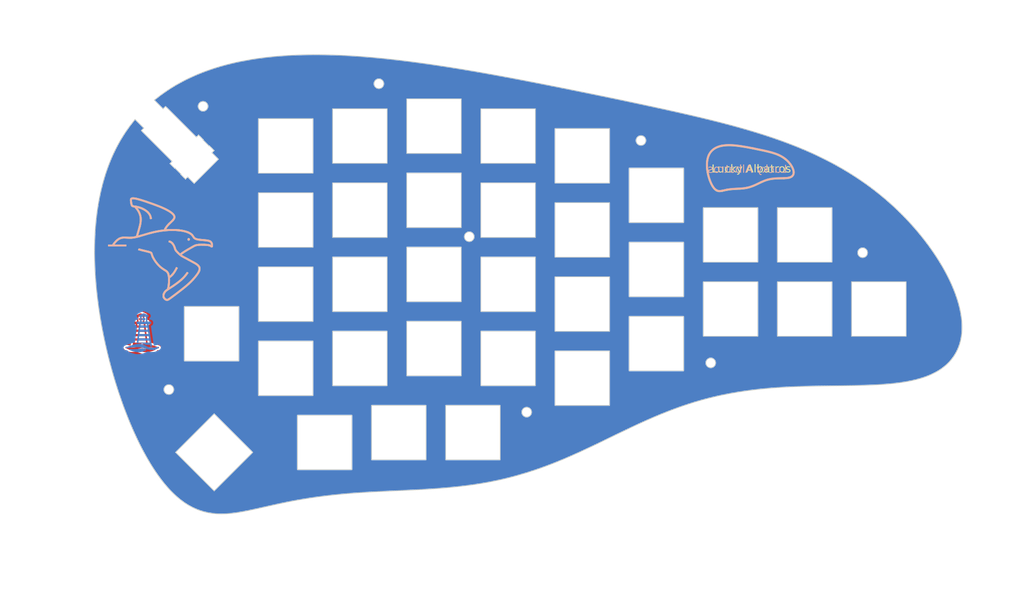
<source format=kicad_pcb>
(kicad_pcb (version 20240108) (generator "pcbnew") (generator_version "8.0")
  (layers (0 "F.Cu" signal) (31 "B.Cu" signal) (34 "B.Paste" user) (35 "F.Paste" user) (36 "B.SilkS" user "B.Silkscreen") (37 "F.SilkS" user "F.Silkscreen") (38 "B.Mask" user) (39 "F.Mask" user) (44 "Edge.Cuts" user))
  (net 0 "")
  (footprint "Keyboard_Components:LuckyAlbatros_logo" (layer "F.Cu") (at 213.076517 70.088181)
    (property "Reference" "REF**" (hide yes))
    (property "Value" "LuckyAlbatros_logo")
    (fp_text user "Lucky Albatros" (at 10.85 0.94 0) (layer "B.SilkS") (effects (font (size 2 2) (thickness 0.1)) (justify left bottom mirror)))
    (fp_text user "Lucky Albatros" (at -8.59 0.85 0) (layer "F.SilkS") (effects (font (size 2 2) (thickness 0.1)) (justify left bottom)))
  )
  (footprint "Keyboard_Components:Albatros_Deko_klein" (layer "F.Cu") (at 52.121406 91.791261)
    (property "Reference" "REF**")
    (property "Value" "Albatros_Deko_klein")
  )
  (footprint "Keyboard_Components:Leuchtturm_10x10" (layer "F.Cu") (at 58.698008 111.791781)
    (property "Reference" "Ref**" (hide yes))
    (property "Value" "Val**" (hide yes))
    (fp_poly (pts (xy -0.767892 -3.86589) (xy -0.659525 -3.812401) (xy -0.575477 -3.724979) (xy -0.548512 -3.679429) (xy -0.513844 -3.571208) (xy -0.509172 -3.452542) (xy -0.533398 -3.338219) (xy -0.580468 -3.249321) (xy -0.670653 -3.163931) (xy -0.780952 -3.111237) (xy -0.902044 -3.093509) (xy -1.024606 -3.113018) (xy -1.068917 -3.130339) (xy -1.174324 -3.19738) (xy -1.245416 -3.287226) (xy -1.280307 -3.379015) (xy -1.295669 -3.512702) (xy -1.27401 -3.63339) (xy -1.219197 -3.735968) (xy -1.135099 -3.815328) (xy -1.025584 -3.866358) (xy -0.898038 -3.88396) (xy -0.767892 -3.86589)) (stroke (width 0.01)) (fill solid) (layer "F.Cu"))
    (fp_poly (pts (xy -0.232833 4.05055) (xy -0.069437 4.086895) (xy 0.098444 4.118097) (xy 0.275389 4.144537) (xy 0.465978 4.166596) (xy 0.674791 4.184656) (xy 0.906409 4.199096) (xy 1.165411 4.210298) (xy 1.456379 4.218642) (xy 1.783892 4.224509) (xy 1.87325 4.225648) (xy 2.091108 4.228316) (xy 2.270576 4.23082) (xy 2.415594 4.233377) (xy 2.530102 4.236201) (xy 2.618041 4.239509) (xy 2.683353 4.243517) (xy 2.729977 4.248441) (xy 2.761855 4.254497) (xy 2.782928 4.2619) (xy 2.797135 4.270867) (xy 2.803538 4.276629) (xy 2.831498 4.315735) (xy 2.829095 4.360686) (xy 2.824234 4.375751) (xy 2.810303 4.4023) (xy 2.784209 4.427477) (xy 2.73947 4.455148) (xy 2.669602 4.48918) (xy 2.568122 4.533439) (xy 2.539529 4.545512) (xy 2.072209 4.721466) (xy 1.607204 4.855193) (xy 1.144381 4.946732) (xy 1.030791 4.962797) (xy 0.886516 4.977228) (xy 0.719153 4.98688) (xy 0.539436 4.991755) (xy 0.358102 4.991858) (xy 0.185887 4.987192) (xy 0.033524 4.97776) (xy -0.08825 4.963567) (xy -0.09525 4.962413) (xy -0.311546 4.917002) (xy -0.548414 4.849996) (xy -0.809429 4.760204) (xy -1.098161 4.646438) (xy -1.291167 4.563996) (xy -1.398819 4.515976) (xy -1.473126 4.480154) (xy -1.519984 4.452851) (xy -1.545291 4.430385) (xy -1.554943 4.409078) (xy -1.55575 4.398898) (xy -1.551221 4.374698) (xy -1.532881 4.353821) (xy -1.493595 4.332037) (xy -1.426234 4.305114) (xy -1.354667 4.279586) (xy -1.262785 4.248515) (xy -1.142992 4.209442) (xy -1.007958 4.166425) (xy -0.870351 4.123522) (xy -0.804333 4.103317) (xy -0.455083 3.997212) (xy -0.232833 4.05055)) (stroke (width 0.01)) (fill solid) (layer "F.Cu"))
    (fp_poly (pts (xy 0.504911 2.875718) (xy 0.707311 2.889824) (xy 0.88882 2.912445) (xy 0.910167 2.915994) (xy 1.201964 2.973193) (xy 1.525656 3.04952) (xy 1.876176 3.143468) (xy 2.248458 3.253527) (xy 2.637434 3.378188) (xy 3.038037 3.515941) (xy 3.445201 3.665279) (xy 3.514505 3.691632) (xy 3.639635 3.742358) (xy 3.727303 3.785926) (xy 3.781043 3.825739) (xy 3.804386 3.865203) (xy 3.800866 3.907721) (xy 3.780163 3.947634) (xy 3.769543 3.964871) (xy 3.759627 3.978517) (xy 3.746066 3.988346) (xy 3.724511 3.994134) (xy 3.690612 3.995657) (xy 3.640019 3.99269) (xy 3.568384 3.985009) (xy 3.471357 3.972389) (xy 3.344588 3.954605) (xy 3.183728 3.931434) (xy 3.026833 3.908761) (xy 2.644182 3.856085) (xy 2.29346 3.81342) (xy 1.965643 3.780059) (xy 1.651706 3.755294) (xy 1.342625 3.73842) (xy 1.029375 3.728729) (xy 0.702932 3.725513) (xy 0.687917 3.725509) (xy 0.479044 3.726593) (xy 0.295556 3.730575) (xy 0.130715 3.738638) (xy -0.022215 3.751967) (xy -0.16997 3.771746) (xy -0.319287 3.799156) (xy -0.476902 3.835383) (xy -0.649551 3.881609) (xy -0.843971 3.939018) (xy -1.066898 4.008794) (xy -1.23825 4.063923) (xy -1.572339 4.16861) (xy -1.870055 4.254351) (xy -2.132708 4.321487) (xy -2.361608 4.370363) (xy -2.486891 4.391608) (xy -2.601848 4.405702) (xy -2.73981 4.417795) (xy -2.889206 4.427343) (xy -3.038462 4.433798) (xy -3.176007 4.436615) (xy -3.290269 4.435248) (xy -3.344333 4.43206) (xy -3.644205 4.387152) (xy -3.938353 4.305475) (xy -4.233341 4.185076) (xy -4.324676 4.14025) (xy -4.487102 4.054875) (xy -4.612571 3.982794) (xy -4.703684 3.922232) (xy -4.763047 3.871413) (xy -4.79326 3.828562) (xy -4.796732 3.818231) (xy -4.798439 3.735473) (xy -4.765134 3.663049) (xy -4.716636 3.62119) (xy -4.692115 3.609868) (xy -4.663797 3.604594) (xy -4.62448 3.606265) (xy -4.56696 3.615779) (xy -4.484036 3.634035) (xy -4.368505 3.661931) (xy -4.346499 3.667353) (xy -3.988422 3.746032) (xy -3.651989 3.799195) (xy -3.326205 3.828284) (xy -3.069167 3.835195) (xy -2.835477 3.830171) (xy -2.628514 3.813198) (xy -2.438154 3.781672) (xy -2.254273 3.732995) (xy -2.06675 3.664563) (xy -1.865459 3.573777) (xy -1.67651 3.477373) (xy -1.451886 3.3592) (xy -1.258555 3.260097) (xy -1.091183 3.177908) (xy -0.944436 3.110476) (xy -0.812982 3.055644) (xy -0.691485 3.011256) (xy -0.574612 2.975156) (xy -0.45703 2.945185) (xy -0.333405 2.919189) (xy -0.264583 2.906458) (xy -0.103126 2.885496) (xy 0.087243 2.873453) (xy 0.294072 2.870227) (xy 0.504911 2.875718)) (stroke (width 0.01)) (fill solid) (layer "F.Cu"))
    (fp_poly (pts (xy -0.862721 -4.986164) (xy -0.787898 -4.959194) (xy -0.681353 -4.915787) (xy -0.546143 -4.857219) (xy -0.385323 -4.78477) (xy -0.257145 -4.725545) (xy -0.080556 -4.642777) (xy 0.061055 -4.574867) (xy 0.171281 -4.519229) (xy 0.253717 -4.473279) (xy 0.311955 -4.434432) (xy 0.349592 -4.400102) (xy 0.37022 -4.367705) (xy 0.377433 -4.334656) (xy 0.374826 -4.29837) (xy 0.370134 -4.27438) (xy 0.334104 -4.199037) (xy 0.265745 -4.150118) (xy 0.166506 -4.128527) (xy 0.134729 -4.1275) (xy 0.021167 -4.1275) (xy 0.021167 -2.8575) (xy 0.35315 -2.8575) (xy 0.511764 -2.855408) (xy 0.634278 -2.847839) (xy 0.726779 -2.83285) (xy 0.795352 -2.808501) (xy 0.846083 -2.77285) (xy 0.885058 -2.723955) (xy 0.908894 -2.680212) (xy 0.942995 -2.59149) (xy 0.948169 -2.513956) (xy 0.924572 -2.429265) (xy 0.911292 -2.398367) (xy 0.867114 -2.325893) (xy 0.806624 -2.274864) (xy 0.723323 -2.24251) (xy 0.610711 -2.226064) (xy 0.49826 -2.2225) (xy 0.397065 -2.22079) (xy 0.333246 -2.215238) (xy 0.301966 -2.205207) (xy 0.296791 -2.196042) (xy 0.299421 -2.171986) (xy 0.306971 -2.108573) (xy 0.319115 -2.008453) (xy 0.335524 -1.874276) (xy 0.355871 -1.708693) (xy 0.37983 -1.514353) (xy 0.407072 -1.293907) (xy 0.437271 -1.050003) (xy 0.4701 -0.785293) (xy 0.50523 -0.502426) (xy 0.542335 -0.204053) (xy 0.581087 0.107177) (xy 0.600704 0.264583) (xy 0.640076 0.580684) (xy 0.6779 0.884909) (xy 0.713855 1.17464) (xy 0.74762 1.447259) (xy 0.77887 1.700145) (xy 0.807286 1.930682) (xy 0.832544 2.136248) (xy 0.854322 2.314227) (xy 0.872299 2.461999) (xy 0.886153 2.576946) (xy 0.895561 2.656448) (xy 0.900201 2.697886) (xy 0.900631 2.703518) (xy 0.879718 2.702654) (xy 0.828427 2.69576) (xy 0.76076 2.684813) (xy 0.691575 2.676723) (xy 0.591176 2.66997) (xy 0.470674 2.665068) (xy 0.34118 2.662532) (xy 0.275167 2.662316) (xy -0.051105 2.674939) (xy -0.351667 2.712422) (xy -0.636622 2.777051) (xy -0.916076 2.871116) (xy -1.198313 2.996011) (xy -1.433543 3.1115) (xy -2.534503 3.1115) (xy -2.571115 3.353699) (xy -2.586539 3.458631) (xy -2.600423 3.530219) (xy -2.620393 3.575517) (xy -2.654079 3.601581) (xy -2.709107 3.615465) (xy -2.793107 3.624223) (xy -2.870801 3.630863) (xy -2.948807 3.637335) (xy -2.993238 3.637727) (xy -3.01267 3.629874) (xy -3.01568 3.611613) (xy -3.0132 3.594931) (xy -3.009083 3.568335) (xy -2.999064 3.502348) (xy -2.983513 3.399441) (xy -2.962802 3.26209) (xy -2.937304 3.092768) (xy -2.907391 2.893948) (xy -2.873433 2.668104) (xy -2.857363 2.561167) (xy -2.454275 2.561167) (xy -0.982295 2.561167) (xy -0.696809 2.561122) (xy -0.450765 2.560939) (xy -0.24127 2.560544) (xy -0.065432 2.559864) (xy 0.079641 2.558826) (xy 0.196841 2.557356) (xy 0.289061 2.555382) (xy 0.359191 2.552829) (xy 0.410124 2.549625) (xy 0.444753 2.545695) (xy 0.465969 2.540968) (xy 0.476665 2.535369) (xy 0.479732 2.528826) (xy 0.479032 2.524125) (xy 0.472501 2.488854) (xy 0.462975 2.421684) (xy 0.451822 2.332827) (xy 0.442203 2.248958) (xy 0.416028 2.010833) (xy -0.977319 2.010833) (xy -1.215912 2.010993) (xy -1.441604 2.011454) (xy -1.650903 2.012189) (xy -1.840316 2.013172) (xy -2.006352 2.014374) (xy -2.145516 2.01577) (xy -2.254316 2.017331) (xy -2.32926 2.019032) (xy -2.366854 2.020843) (xy -2.370667 2.021644) (xy -2.373703 2.045915) (xy -2.381762 2.101684) (xy -2.393267 2.178635) (xy -2.406645 2.266452) (xy -2.420321 2.354816) (xy -2.432718 2.433412) (xy -2.442262 2.491922) (xy -2.444149 2.502958) (xy -2.454275 2.561167) (xy -2.857363 2.561167) (xy -2.835804 2.417709) (xy -2.794875 2.145238) (xy -2.751018 1.853164) (xy -2.704604 1.54396) (xy -2.692081 1.4605) (xy -2.287918 1.4605) (xy -0.974626 1.4605) (xy -0.705951 1.460446) (xy -0.476528 1.460227) (xy -0.283275 1.459755) (xy -0.123109 1.458943) (xy 0.007051 1.457706) (xy 0.110286 1.455954) (xy 0.189679 1.453603) (xy 0.248312 1.450564) (xy 0.289266 1.44675) (xy 0.315623 1.442075) (xy 0.330464 1.436452) (xy 0.336873 1.429794) (xy 0.337996 1.423458) (xy 0.334947 1.387812) (xy 0.327247 1.320887) (xy 0.316171 1.233322) (xy 0.306917 1.164167) (xy 0.294274 1.069823) (xy 0.284066 0.989963) (xy 0.277547 0.934629) (xy 0.275837 0.915458) (xy 0.267475 0.90968) (xy 0.240927 0.90475) (xy 0.193527 0.900611) (xy 0.122611 0.897206) (xy 0.025512 0.894478) (xy -0.100435 0.89237) (xy -0.257894 0.890825) (xy -0.449533 0.889787) (xy -0.678016 0.889197) (xy -0.946008 0.889) (xy -0.963083 0.889) (xy -1.187667 0.889179) (xy -1.399137 0.889696) (xy -1.59379 0.890518) (xy -1.767921 0.891612) (xy -1.917824 0.892946) (xy -2.039795 0.894488) (xy -2.130128 0.896206) (xy -2.185119 0.898067) (xy -2.201333 0.899811) (xy -2.204374 0.92385) (xy -2.212478 0.979717) (xy -2.224122 1.05742) (xy -2.23778 1.146969) (xy -2.251928 1.238374) (xy -2.26504 1.321645) (xy -2.275592 1.38679) (xy -2.276412 1.391708) (xy -2.287918 1.4605) (xy -2.692081 1.4605) (xy -2.656006 1.220101) (xy -2.605596 0.884059) (xy -2.582528 0.73025) (xy -2.531361 0.389154) (xy -2.521401 0.322792) (xy -2.116282 0.322792) (xy -2.095827 0.325763) (xy -2.036864 0.328554) (xy -1.94322 0.331111) (xy -1.818719 0.333382) (xy -1.667188 0.335316) (xy -1.492452 0.336858) (xy -1.298337 0.337958) (xy -1.088669 0.338563) (xy -0.956313 0.338667) (xy 0.20404 0.338667) (xy 0.174764 0.079375) (xy 0.162813 -0.022622) (xy 0.15173 -0.110288) (xy 0.142729 -0.174469) (xy 0.137022 -0.206008) (xy 0.136908 -0.206375) (xy 0.126276 -0.212554) (xy 0.096825 -0.217762) (xy 0.04572 -0.222068) (xy -0.029876 -0.225541) (xy -0.1328 -0.228249) (xy -0.265887 -0.230261) (xy -0.431975 -0.231648) (xy -0.6339 -0.232476) (xy -0.874498 -0.232816) (xy -0.951836 -0.232833) (xy -1.161214 -0.232532) (xy -1.35723 -0.231667) (xy -1.535915 -0.230296) (xy -1.693301 -0.228478) (xy -1.825419 -0.226271) (xy -1.9283 -0.223733) (xy -1.997976 -0.220923) (xy -2.030477 -0.217898) (xy -2.032385 -0.216958) (xy -2.035776 -0.191016) (xy -2.044731 -0.132008) (xy -2.057898 -0.04863) (xy -2.073925 0.050419) (xy -2.074333 0.052917) (xy -2.090413 0.152235) (xy -2.103664 0.23609) (xy -2.112736 0.295786) (xy -2.116276 0.322623) (xy -2.116282 0.322792) (xy -2.521401 0.322792) (xy -2.481789 0.05888) (xy -2.43419 -0.258077) (xy -2.388939 -0.559219) (xy -2.35288 -0.799042) (xy -1.946514 -0.799042) (xy -1.926201 -0.795856) (xy -1.867662 -0.792884) (xy -1.775004 -0.79019) (xy -1.652335 -0.787839) (xy -1.503762 -0.785897) (xy -1.333392 -0.784427) (xy -1.145332 -0.783496) (xy -0.943689 -0.783167) (xy -0.941917 -0.783167) (xy -0.700079 -0.783387) (xy -0.497637 -0.784101) (xy -0.331659 -0.785385) (xy -0.199208 -0.787316) (xy -0.097351 -0.789971) (xy -0.023154 -0.793429) (xy 0.026319 -0.797766) (xy 0.054 -0.803059) (xy 0.062826 -0.809386) (xy 0.062829 -0.809625) (xy 0.05981 -0.840609) (xy 0.052183 -0.903478) (xy 0.041201 -0.988189) (xy 0.03175 -1.058333) (xy 0.019168 -1.151292) (xy 0.008988 -1.228392) (xy 0.002447 -1.28016) (xy 0.00067 -1.296679) (xy -0.019927 -1.299903) (xy -0.078591 -1.302668) (xy -0.171054 -1.304925) (xy -0.29305 -1.306626) (xy -0.440314 -1.307723) (xy -0.608579 -1.308168) (xy -0.793581 -1.307913) (xy -0.935697 -1.307262) (xy -1.871393 -1.30175) (xy -1.908544 -1.058333) (xy -1.923257 -0.961076) (xy -1.935364 -0.879425) (xy -1.943556 -0.822318) (xy -1.946514 -0.799042) (xy -2.35288 -0.799042) (xy -2.346412 -0.842052) (xy -2.306985 -1.104079) (xy -2.271034 -1.342804) (xy -2.238935 -1.555731) (xy -2.211064 -1.740365) (xy -2.192568 -1.862667) (xy -1.783454 -1.862667) (xy -0.922051 -1.862667) (xy -0.708346 -1.862755) (xy -0.53322 -1.863129) (xy -0.392919 -1.863953) (xy -0.283688 -1.865389) (xy -0.201773 -1.867601) (xy -0.14342 -1.870753) (xy -0.104873 -1.875008) (xy -0.08238 -1.88053) (xy -0.072186 -1.887481) (xy -0.070535 -1.896027) (xy -0.071363 -1.899708) (xy -0.078911 -1.93912) (xy -0.088126 -2.005773) (xy -0.096422 -2.079625) (xy -0.110765 -2.2225) (xy -1.730956 -2.2225) (xy -1.743156 -2.153708) (xy -1.753155 -2.091061) (xy -1.764518 -2.011115) (xy -1.769405 -1.973792) (xy -1.783454 -1.862667) (xy -2.192568 -1.862667) (xy -2.187797 -1.894208) (xy -2.16951 -2.014766) (xy -2.156579 -2.099542) (xy -2.14938 -2.14604) (xy -2.148128 -2.153708) (xy -2.135915 -2.2225) (xy -2.353833 -2.222533) (xy -2.469364 -2.224746) (xy -2.55245 -2.232167) (xy -2.612792 -2.246029) (xy -2.645412 -2.259575) (xy -2.731876 -2.323911) (xy -2.787925 -2.408884) (xy -2.813558 -2.505684) (xy -2.808775 -2.605503) (xy -2.773576 -2.699532) (xy -2.707961 -2.778964) (xy -2.645412 -2.820426) (xy -2.611198 -2.834406) (xy -2.568103 -2.84447) (xy -2.509094 -2.851212) (xy -2.427138 -2.855225) (xy -2.315202 -2.857103) (xy -2.206625 -2.857467) (xy -1.8415 -2.8575) (xy -1.8415 -4.1275) (xy -1.4605 -4.1275) (xy -1.4605 -2.8575) (xy -0.338667 -2.8575) (xy -0.338667 -4.1275) (xy -1.4605 -4.1275) (xy -1.8415 -4.1275) (xy -1.948962 -4.1275) (xy -2.021008 -4.131866) (xy -2.070545 -4.149675) (xy -2.116914 -4.187995) (xy -2.118295 -4.189372) (xy -2.167561 -4.261971) (xy -2.178962 -4.338376) (xy -2.1516 -4.410196) (xy -2.143125 -4.42123) (xy -2.112336 -4.443844) (xy -2.048631 -4.480269) (xy -2.028946 -4.490579) (xy -1.17475 -4.490579) (xy -0.899583 -4.490773) (xy -0.624417 -4.490967) (xy -0.751417 -4.551608) (xy -0.819345 -4.58275) (xy -0.872958 -4.604972) (xy -0.899583 -4.613225) (xy -0.928265 -4.605019) (xy -0.982672 -4.582602) (xy -1.04775 -4.55239) (xy -1.17475 -4.490579) (xy -2.028946 -4.490579) (xy -1.958036 -4.527718) (xy -1.846577 -4.5834) (xy -1.72028 -4.644525) (xy -1.585173 -4.708305) (xy -1.447279 -4.771949) (xy -1.312627 -4.832667) (xy -1.187241 -4.887671) (xy -1.077148 -4.93417) (xy -0.988375 -4.969376) (xy -0.926946 -4.990497) (xy -0.902767 -4.995419) (xy -0.862721 -4.986164)) (stroke (width 0.01)) (fill solid) (layer "F.Cu"))
    (fp_poly (pts (xy 0.039139 -3.864823) (xy 0.136058 -3.813245) (xy 0.215729 -3.73681) (xy 0.271257 -3.638254) (xy 0.295751 -3.520315) (xy 0.296333 -3.498096) (xy 0.28088 -3.379226) (xy 0.238197 -3.271717) (xy 0.176103 -3.191682) (xy 0.087229 -3.13505) (xy -0.020548 -3.101506) (xy -0.132731 -3.093227) (xy -0.234824 -3.112391) (xy -0.264583 -3.125505) (xy -0.373567 -3.203427) (xy -0.449579 -3.300842) (xy -0.491373 -3.410998) (xy -0.497704 -3.527143) (xy -0.467324 -3.642528) (xy -0.398987 -3.7504) (xy -0.38318 -3.767848) (xy -0.286189 -3.843058) (xy -0.178877 -3.882466) (xy -0.068137 -3.888809) (xy 0.039139 -3.864823)) (stroke (width 0.01)) (fill solid) (layer "B.Cu"))
    (fp_poly (pts (xy -0.515657 4.015713) (xy -0.4577 4.026163) (xy -0.384756 4.04462) (xy -0.291513 4.071993) (xy -0.172657 4.109189) (xy -0.022876 4.157117) (xy 0.122749 4.203785) (xy 0.266184 4.250897) (xy 0.386399 4.292931) (xy 0.479046 4.32823) (xy 0.53978 4.355136) (xy 0.564254 4.371993) (xy 0.564326 4.372168) (xy 0.568046 4.396626) (xy 0.556649 4.420841) (xy 0.525673 4.447633) (xy 0.47066 4.479823) (xy 0.38715 4.52023) (xy 0.270681 4.571675) (xy 0.2032 4.600507) (xy -0.008047 4.688422) (xy -0.189945 4.760002) (xy -0.350838 4.818179) (xy -0.499068 4.86589) (xy -0.642978 4.906069) (xy -0.719667 4.925149) (xy -0.80296 4.943922) (xy -0.880306 4.958067) (xy -0.960527 4.968388) (xy -1.052446 4.975688) (xy -1.164884 4.980773) (xy -1.306663 4.984446) (xy -1.386417 4.985921) (xy -1.593265 4.987628) (xy -1.765167 4.984855) (xy -1.909297 4.977348) (xy -2.03283 4.96485) (xy -2.053167 4.962088) (xy -2.456669 4.888843) (xy -2.869967 4.782888) (xy -3.280831 4.647664) (xy -3.556218 4.539217) (xy -3.674461 4.486536) (xy -3.756357 4.442104) (xy -3.806057 4.401846) (xy -3.827714 4.361684) (xy -3.825478 4.317543) (xy -3.813852 4.28625) (xy -3.783652 4.247343) (xy -3.752246 4.234134) (xy -3.723459 4.234083) (xy -3.657057 4.233601) (xy -3.557756 4.232732) (xy -3.430272 4.231522) (xy -3.27932 4.230017) (xy -3.109617 4.228261) (xy -2.925879 4.226299) (xy -2.8575 4.225555) (xy -2.49688 4.219781) (xy -2.17451 4.210578) (xy -1.886418 4.197617) (xy -1.628636 4.180567) (xy -1.397193 4.159099) (xy -1.188119 4.132883) (xy -0.997443 4.101589) (xy -0.821196 4.064886) (xy -0.766588 4.051795) (xy -0.703873 4.035827) (xy -0.652736 4.023327) (xy -0.607862 4.015203) (xy -0.56394 4.012362) (xy -0.515657 4.015713)) (stroke (width 0.01)) (fill solid) (layer "B.Cu"))
    (fp_poly (pts (xy -1.050738 2.8764) (xy -0.831817 2.893965) (xy -0.626736 2.925327) (xy -0.427827 2.972673) (xy -0.227421 3.038188) (xy -0.017852 3.124058) (xy 0.208549 3.232468) (xy 0.45945 3.365604) (xy 0.473824 3.373528) (xy 0.692169 3.490933) (xy 0.883718 3.586176) (xy 1.056011 3.661857) (xy 1.216587 3.720574) (xy 1.372987 3.764927) (xy 1.532751 3.797515) (xy 1.703419 3.820937) (xy 1.799167 3.830374) (xy 2.049277 3.840558) (xy 2.328217 3.830718) (xy 2.627992 3.801717) (xy 2.940609 3.754414) (xy 3.258073 3.689673) (xy 3.382087 3.659729) (xy 3.510867 3.629032) (xy 3.605954 3.611927) (xy 3.673923 3.608952) (xy 3.721353 3.62065) (xy 3.75482 3.647562) (xy 3.780903 3.690227) (xy 3.782054 3.692621) (xy 3.802909 3.759957) (xy 3.793978 3.82007) (xy 3.752144 3.878491) (xy 3.674294 3.940746) (xy 3.624051 3.973104) (xy 3.379866 4.111276) (xy 3.133692 4.228315) (xy 2.894553 4.320388) (xy 2.67147 4.383667) (xy 2.642468 4.38992) (xy 2.530798 4.407292) (xy 2.389203 4.420835) (xy 2.22996 4.430083) (xy 2.065343 4.43457) (xy 1.907627 4.433828) (xy 1.769088 4.427392) (xy 1.734575 4.424425) (xy 1.560111 4.403837) (xy 1.382137 4.375125) (xy 1.194455 4.336815) (xy 0.99087 4.287436) (xy 0.765184 4.225515) (xy 0.5112 4.149581) (xy 0.306917 4.085273) (xy 0.068517 4.009224) (xy -0.135376 3.945264) (xy -0.310485 3.892303) (xy -0.462532 3.84925) (xy -0.597241 3.815016) (xy -0.720334 3.788509) (xy -0.837533 3.76864) (xy -0.954562 3.754318) (xy -1.077144 3.744453) (xy -1.211 3.737955) (xy -1.361854 3.733733) (xy -1.535429 3.730697) (xy -1.55575 3.730395) (xy -1.886058 3.728656) (xy -2.202007 3.733901) (xy -2.512254 3.746753) (xy -2.825455 3.767839) (xy -3.150267 3.797782) (xy -3.495347 3.837209) (xy -3.86935 3.886745) (xy -4.021667 3.908466) (xy -4.212062 3.936063) (xy -4.364957 3.957988) (xy -4.484755 3.974602) (xy -4.575858 3.986266) (xy -4.642669 3.993337) (xy -4.689589 3.996178) (xy -4.72102 3.995146) (xy -4.741365 3.990602) (xy -4.755026 3.982905) (xy -4.766406 3.972416) (xy -4.769247 3.969562) (xy -4.800402 3.913091) (xy -4.797805 3.851023) (xy -4.767792 3.805161) (xy -4.729595 3.782608) (xy -4.655768 3.749106) (xy -4.551091 3.706332) (xy -4.420341 3.65596) (xy -4.268297 3.599668) (xy -4.099735 3.539132) (xy -3.919435 3.476027) (xy -3.732173 3.412028) (xy -3.54273 3.348814) (xy -3.355881 3.288058) (xy -3.176406 3.231438) (xy -3.009083 3.180629) (xy -2.884202 3.144451) (xy -2.588711 3.064109) (xy -2.325795 2.999323) (xy -2.089104 2.949001) (xy -1.872291 2.912051) (xy -1.669007 2.887381) (xy -1.472903 2.8739) (xy -1.291167 2.870448) (xy -1.050738 2.8764)) (stroke (width 0.01)) (fill solid) (layer "B.Cu"))
    (fp_poly (pts (xy -0.058455 -4.986291) (xy 0.014573 -4.959858) (xy 0.118305 -4.917633) (xy 0.24913 -4.861127) (xy 0.40344 -4.791853) (xy 0.547188 -4.725545) (xy 0.71882 -4.645004) (xy 0.855592 -4.579521) (xy 0.961359 -4.527022) (xy 1.039973 -4.485437) (xy 1.09529 -4.452694) (xy 1.131162 -4.426721) (xy 1.151444 -4.405447) (xy 1.15573 -4.398426) (xy 1.18249 -4.320113) (xy 1.171208 -4.252873) (xy 1.123461 -4.189372) (xy 1.080346 -4.15241) (xy 1.035752 -4.133875) (xy 0.972305 -4.127793) (xy 0.943545 -4.1275) (xy 0.8255 -4.1275) (xy 0.8255 -2.8575) (xy 1.201538 -2.8575) (xy 1.340808 -2.856979) (xy 1.444731 -2.855009) (xy 1.520289 -2.850982) (xy 1.574459 -2.844289) (xy 1.614222 -2.83432) (xy 1.646557 -2.820467) (xy 1.650649 -2.818311) (xy 1.737627 -2.75446) (xy 1.790782 -2.671059) (xy 1.814785 -2.560677) (xy 1.815113 -2.556753) (xy 1.816785 -2.479666) (xy 1.803657 -2.423046) (xy 1.774172 -2.370667) (xy 1.723559 -2.308903) (xy 1.663616 -2.266173) (xy 1.58606 -2.239516) (xy 1.482604 -2.225967) (xy 1.359958 -2.222533) (xy 1.269905 -2.221452) (xy 1.19811 -2.218558) (xy 1.153422 -2.214334) (xy 1.143 -2.210738) (xy 1.146092 -2.188784) (xy 1.15513 -2.127369) (xy 1.169753 -2.028893) (xy 1.189602 -1.895758) (xy 1.214317 -1.730363) (xy 1.243539 -1.535109) (xy 1.276906 -1.312396) (xy 1.314061 -1.064625) (xy 1.354642 -0.794197) (xy 1.398291 -0.50351) (xy 1.444647 -0.194967) (xy 1.493352 0.129033) (xy 1.544044 0.46609) (xy 1.576917 0.684577) (xy 1.628726 1.02913) (xy 1.678771 1.362456) (xy 1.72669 1.682126) (xy 1.772124 1.985714) (xy 1.814711 2.270792) (xy 1.854091 2.534932) (xy 1.889902 2.775707) (xy 1.921785 2.99069) (xy 1.949378 3.177453) (xy 1.97232 3.333569) (xy 1.990252 3.45661) (xy 2.002811 3.544149) (xy 2.009638 3.593758) (xy 2.010833 3.604398) (xy 2.008566 3.621676) (xy 1.997052 3.632229) (xy 1.969224 3.63655) (xy 1.918011 3.635128) (xy 1.836346 3.628456) (xy 1.763865 3.621564) (xy 1.693018 3.612755) (xy 1.640136 3.602574) (xy 1.619044 3.594623) (xy 1.610502 3.569036) (xy 1.598245 3.510573) (xy 1.58401 3.428343) (xy 1.571564 3.345915) (xy 1.538353 3.1115) (xy 0.431808 3.1115) (xy 0.200029 2.997308) (xy -0.076536 2.873885) (xy -0.34672 2.781118) (xy -0.620969 2.71663) (xy -0.909729 2.678042) (xy -1.223444 2.662976) (xy -1.27 2.662608) (xy -1.399799 2.663655) (xy -1.52628 2.667339) (xy -1.638334 2.673152) (xy -1.724848 2.680585) (xy -1.755593 2.684843) (xy -1.825751 2.696104) (xy -1.876655 2.702757) (xy -1.896808 2.703414) (xy -1.894882 2.682204) (xy -1.888035 2.621595) (xy -1.880933 2.561167) (xy -1.486256 2.561167) (xy 1.454056 2.561167) (xy 1.41527 2.312458) (xy 1.400044 2.212865) (xy 1.387569 2.127536) (xy 1.379166 2.065775) (xy 1.376158 2.037292) (xy 1.367991 2.031827) (xy 1.341952 2.027117) (xy 1.29552 2.023116) (xy 1.226172 2.019775) (xy 1.131387 2.017046) (xy 1.008644 2.014881) (xy 0.855419 2.013232) (xy 0.669192 2.012052) (xy 0.447441 2.011293) (xy 0.187643 2.010907) (xy -0.018087 2.010833) (xy -1.412008 2.010833) (xy -1.438098 2.238375) (xy -1.449894 2.336867) (xy -1.461204 2.423662) (xy -1.470528 2.487632) (xy -1.475222 2.513542) (xy -1.486256 2.561167) (xy -1.880933 2.561167) (xy -1.876586 2.524193) (xy -1.860853 2.392606) (xy -1.841154 2.229443) (xy -1.817806 2.037311) (xy -1.791129 1.818817) (xy -1.761439 1.57657) (xy -1.740852 1.409115) (xy -1.3335 1.409115) (xy -1.3335 1.4605) (xy -0.01974 1.4605) (xy 0.248861 1.460448) (xy 0.478188 1.460235) (xy 0.671299 1.459774) (xy 0.831253 1.458978) (xy 0.961108 1.45776) (xy 1.063922 1.456033) (xy 1.142755 1.453711) (xy 1.200665 1.450705) (xy 1.240711 1.44693) (xy 1.26595 1.442299) (xy 1.279443 1.436724) (xy 1.284247 1.430118) (xy 1.283737 1.423458) (xy 1.276735 1.38861) (xy 1.265419 1.321688) (xy 1.251391 1.232535) (xy 1.237229 1.137708) (xy 1.201002 0.889) (xy -1.268082 0.889) (xy -1.279362 0.957792) (xy -1.292187 1.042401) (xy -1.305374 1.139867) (xy -1.317477 1.238127) (xy -1.327049 1.325116) (xy -1.332643 1.388771) (xy -1.3335 1.409115) (xy -1.740852 1.409115) (xy -1.729056 1.313178) (xy -1.694298 1.031248) (xy -1.657482 0.733387) (xy -1.618926 0.422205) (xy -1.608557 0.338667) (xy -1.211089 0.338667) (xy 1.12264 0.338667) (xy 1.1124 0.291042) (xy 1.105255 0.25135) (xy 1.093773 0.180445) (xy 1.079648 0.089016) (xy 1.067142 0.005292) (xy 1.032122 -0.232833) (xy -1.135695 -0.232833) (xy -1.162179 0.005292) (xy -1.173875 0.105861) (xy -1.185136 0.194687) (xy -1.194542 0.261005) (xy -1.199876 0.291042) (xy -1.211089 0.338667) (xy -1.608557 0.338667) (xy -1.596721 0.243313) (xy -1.557286 -0.074203) (xy -1.519329 -0.37986) (xy -1.483175 -0.67105) (xy -1.465973 -0.809625) (xy -1.058274 -0.809625) (xy -1.049881 -0.80326) (xy -1.022715 -0.797932) (xy -0.973843 -0.793562) (xy -0.900331 -0.790075) (xy -0.799245 -0.787393) (xy -0.667652 -0.785438) (xy -0.502618 -0.784133) (xy -0.301209 -0.783402) (xy -0.060492 -0.783167) (xy 0.953306 -0.783167) (xy 0.942993 -0.830792) (xy 0.935235 -0.874034) (xy 0.924058 -0.945283) (xy 0.911634 -1.030582) (xy 0.909239 -1.04775) (xy 0.896707 -1.134174) (xy 0.884804 -1.20928) (xy 0.875764 -1.259109) (xy 0.874521 -1.264708) (xy 0.863244 -1.312333) (xy -0.994027 -1.312333) (xy -1.004332 -1.264708) (xy -1.011144 -1.223367) (xy -1.020676 -1.153456) (xy -1.031469 -1.067278) (xy -1.042064 -0.977139) (xy -1.051003 -0.895342) (xy -1.056827 -0.834192) (xy -1.058274 -0.809625) (xy -1.465973 -0.809625) (xy -1.449147 -0.945165) (xy -1.417569 -1.199596) (xy -1.388763 -1.431734) (xy -1.363055 -1.638971) (xy -1.340767 -1.818699) (xy -1.335318 -1.862667) (xy -0.935055 -1.862667) (xy 0.788577 -1.862667) (xy 0.774175 -1.952625) (xy 0.761246 -2.036745) (xy 0.748696 -2.123358) (xy 0.747426 -2.132542) (xy 0.735079 -2.2225) (xy -0.884193 -2.2225) (xy -0.897747 -2.121958) (xy -0.908952 -2.040799) (xy -0.920309 -1.961443) (xy -0.923177 -1.942042) (xy -0.935055 -1.862667) (xy -1.335318 -1.862667) (xy -1.322223 -1.968308) (xy -1.307746 -2.08519) (xy -1.297661 -2.166736) (xy -1.292291 -2.210338) (xy -1.291464 -2.217208) (xy -1.310987 -2.219454) (xy -1.363792 -2.221226) (xy -1.440828 -2.222294) (xy -1.497872 -2.2225) (xy -1.65052 -2.231257) (xy -1.767522 -2.258923) (xy -1.852082 -2.307592) (xy -1.907407 -2.379356) (xy -1.936699 -2.476309) (xy -1.941008 -2.511965) (xy -1.933754 -2.62616) (xy -1.889849 -2.719221) (xy -1.80888 -2.791902) (xy -1.777241 -2.809875) (xy -1.738355 -2.828087) (xy -1.698872 -2.840986) (xy -1.650702 -2.849474) (xy -1.585755 -2.854452) (xy -1.49594 -2.856824) (xy -1.373168 -2.857491) (xy -1.350182 -2.8575) (xy -1.016 -2.8575) (xy -1.016 -4.1275) (xy -0.656167 -4.1275) (xy -0.656167 -2.8575) (xy 0.465667 -2.8575) (xy 0.465667 -4.1275) (xy -0.656167 -4.1275) (xy -1.016 -4.1275) (xy -1.134045 -4.1275) (xy -1.20779 -4.130725) (xy -1.256811 -4.144384) (xy -1.298482 -4.174451) (xy -1.313962 -4.189372) (xy -1.363158 -4.261817) (xy -1.374673 -4.338008) (xy -1.347592 -4.40943) (xy -1.338792 -4.420832) (xy -1.308105 -4.443208) (xy -1.244505 -4.479425) (xy -1.223153 -4.490579) (xy -0.370417 -4.490579) (xy 0.179917 -4.490967) (xy 0.052917 -4.551608) (xy -0.015011 -4.58275) (xy -0.068625 -4.604972) (xy -0.09525 -4.613225) (xy -0.123932 -4.605019) (xy -0.178339 -4.582602) (xy -0.243417 -4.55239) (xy -0.370417 -4.490579) (xy -1.223153 -4.490579) (xy -1.154007 -4.526698) (xy -1.042632 -4.582243) (xy -0.916395 -4.643274) (xy -0.781315 -4.707007) (xy -0.643409 -4.770657) (xy -0.508695 -4.831439) (xy -0.383191 -4.886568) (xy -0.272915 -4.933259) (xy -0.183884 -4.968728) (xy -0.122116 -4.99019) (xy -0.097171 -4.995419) (xy -0.058455 -4.986291)) (stroke (width 0.01)) (fill solid) (layer "B.Cu"))
  )
  (gr_line (start 183.327486 102.540413) (end 183.327486 88.540413) (stroke (width 0.2)) (layer "Edge.Cuts"))
  (gr_line (start 255.752043 124.148088) (end 256.13524 124.06529) (stroke (width 0.2)) (layer "Edge.Cuts"))
  (gr_line (start 126.177486 89.810413) (end 140.177486 89.810413) (stroke (width 0.2)) (layer "Edge.Cuts"))
  (gr_line (start 51.237382 64.881134) (end 51.144644 65.070614) (stroke (width 0.2)) (layer "Edge.Cuts"))
  (gr_line (start 83.027486 119.050413) (end 69.027486 119.050413) (stroke (width 0.2)) (layer "Edge.Cuts"))
  (gr_line (start 164.277486 92.380413) (end 164.277486 78.380413) (stroke (width 0.2)) (layer "Edge.Cuts"))
  (gr_line (start 218.850831 126.11324) (end 219.940811 126.020337) (stroke (width 0.2)) (layer "Edge.Cuts"))
  (gr_line (start 55.323932 58.278437) (end 54.969431 58.749529) (stroke (width 0.2)) (layer "Edge.Cuts"))
  (gr_line (start 173.081481 50.297829) (end 172.230341 50.124421) (stroke (width 0.2)) (layer "Edge.Cuts"))
  (gr_line (start 51.144644 65.070614) (end 51.052739 65.260776) (stroke (width 0.2)) (layer "Edge.Cuts"))
  (gr_line (start 190.14542 53.883747) (end 189.369477 53.715431) (stroke (width 0.2)) (layer "Edge.Cuts"))
  (gr_line (start 135.733159 151.699752) (end 136.276054 151.652813) (stroke (width 0.2)) (layer "Edge.Cuts"))
  (gr_line (start 112.604112 153.014361) (end 113.160531 152.97366) (stroke (width 0.2)) (layer "Edge.Cuts"))
  (gr_line (start 58.614714 59.215213) (end 56.369954 56.970452) (stroke (width 0.2)) (layer "Edge.Cuts"))
  (gr_line (start 114.846516 152.860397) (end 115.413847 152.825278) (stroke (width 0.2)) (layer "Edge.Cuts"))
  (gr_line (start 82.296596 158.066661) (end 82.561555 158.027409) (stroke (width 0.2)) (layer "Edge.Cuts"))
  (gr_line (start 218.975904 61.278084) (end 217.817956 60.901879) (stroke (width 0.2)) (layer "Edge.Cuts"))
  (gr_line (start 265.409213 97.760659) (end 265.157861 97.259548) (stroke (width 0.2)) (layer "Edge.Cuts"))
  (gr_line (start 84.951921 157.600694) (end 85.218891 157.546995) (stroke (width 0.2)) (layer "Edge.Cuts"))
  (gr_line (start 245.050727 125.263978) (end 245.515795 125.245362) (stroke (width 0.2)) (layer "Edge.Cuts"))
  (gr_line (start 92.524169 155.939048) (end 92.879083 155.861247) (stroke (width 0.2)) (layer "Edge.Cuts"))
  (gr_line (start 83.290304 42.109908) (end 82.586187 42.258947) (stroke (width 0.2)) (layer "Edge.Cuts"))
  (gr_line (start 268.778805 112.095542) (end 268.806506 111.814127) (stroke (width 0.2)) (layer "Edge.Cuts"))
  (gr_line (start 263.367221 121.175778) (end 263.568908 121.036654) (stroke (width 0.2)) (layer "Edge.Cuts"))
  (gr_line (start 70.473678 156.332366) (end 70.685992 156.448483) (stroke (width 0.2)) (layer "Edge.Cuts"))
  (gr_line (start 222.387343 62.452192) (end 221.260504 62.052876) (stroke (width 0.2)) (layer "Edge.Cuts"))
  (gr_line (start 216.377486 79.650413) (end 216.377486 93.650413) (stroke (width 0.2)) (layer "Edge.Cuts"))
  (gr_line (start 244.557538 73.841351) (end 244.039882 73.470052) (stroke (width 0.2)) (layer "Edge.Cuts"))
  (gr_line (start 225.243627 125.698597) (end 226.002301 125.66724) (stroke (width 0.2)) (layer "Edge.Cuts"))
  (gr_line (start 266.980926 117.462158) (end 267.089312 117.2848) (stroke (width 0.2)) (layer "Edge.Cuts"))
  (gr_line (start 124.788858 152.357807) (end 125.389738 152.329724) (stroke (width 0.2)) (layer "Edge.Cuts"))
  (gr_line (start 248.972876 77.303881) (end 248.514636 76.918104) (stroke (width 0.2)) (layer "Edge.Cuts"))
  (gr_line (start 68.881414 47.053228) (end 68.287545 47.365405) (stroke (width 0.2)) (layer "Edge.Cuts"))
  (gr_line (start 117.128736 144.450413) (end 117.128736 130.450413) (stroke (width 0.2)) (layer "Edge.Cuts"))
  (gr_line (start 199.675693 129.778476) (end 200.22746 129.609115) (stroke (width 0.2)) (layer "Edge.Cuts"))
  (gr_line (start 90.776117 156.328666) (end 91.122328 156.250872) (stroke (width 0.2)) (layer "Edge.Cuts"))
  (gr_line (start 214.525739 126.587594) (end 215.063051 126.519078) (stroke (width 0.2)) (layer "Edge.Cuts"))
  (gr_line (start 252.936615 80.929679) (end 252.511149 80.513993) (stroke (width 0.2)) (layer "Edge.Cuts"))
  (gr_line (start 64.701148 151.512762) (end 64.980668 151.824752) (stroke (width 0.2)) (layer "Edge.Cuts"))
  (gr_line (start 265.003928 119.873052) (end 265.155161 119.728363) (stroke (width 0.2)) (layer "Edge.Cuts"))
  (gr_line (start 164.277486 116.480413) (end 178.277486 116.480413) (stroke (width 0.2)) (layer "Edge.Cuts"))
  (gr_line (start 189.448854 133.594186) (end 189.97742 133.368639) (stroke (width 0.2)) (layer "Edge.Cuts"))
  (gr_line (start 164.277486 78.380413) (end 178.277486 78.380413) (stroke (width 0.2)) (layer "Edge.Cuts"))
  (gr_circle (center 204.287486 119.540413) (end 205.537486 119.540413) (stroke (width 0.2)) (fill none) (layer "Edge.Cuts"))
  (gr_line (start 160.293256 146.676223) (end 160.783543 146.502876) (stroke (width 0.2)) (layer "Edge.Cuts"))
  (gr_line (start 126.177486 103.810413) (end 126.177486 89.810413) (stroke (width 0.2)) (layer "Edge.Cuts"))
  (gr_line (start 268.07053 115.221829) (end 268.205541 114.827252) (stroke (width 0.2)) (layer "Edge.Cuts"))
  (gr_line (start 261.243567 90.760673) (end 260.544301 89.772159) (stroke (width 0.2)) (layer "Edge.Cuts"))
  (gr_line (start 107.127486 92.350413) (end 121.127486 92.350413) (stroke (width 0.2)) (layer "Edge.Cuts"))
  (gr_line (start 172.443888 141.610997) (end 173.119069 141.293519) (stroke (width 0.2)) (layer "Edge.Cuts"))
  (gr_line (start 174.464671 140.654356) (end 175.135319 140.333117) (stroke (width 0.2)) (layer "Edge.Cuts"))
  (gr_line (start 192.633578 132.278) (end 193.167779 132.067734) (stroke (width 0.2)) (layer "Edge.Cuts"))
  (gr_line (start 73.798744 62.239182) (end 75.42509 63.865528) (stroke (width 0.2)) (layer "Edge.Cuts"))
  (gr_line (start 143.835802 150.768455) (end 144.370747 150.686648) (stroke (width 0.2)) (layer "Edge.Cuts"))
  (gr_line (start 253.374564 124.570986) (end 253.779913 124.50884) (stroke (width 0.2)) (layer "Edge.Cuts"))
  (gr_line (start 164.277486 97.430413) (end 178.277486 97.430413) (stroke (width 0.2)) (layer "Edge.Cuts"))
  (gr_line (start 235.427486 112.700413) (end 221.427486 112.700413) (stroke (width 0.2)) (layer "Edge.Cuts"))
  (gr_line (start 107.127486 68.250413) (end 107.127486 54.250413) (stroke (width 0.2)) (layer "Edge.Cuts"))
  (gr_line (start 78.45082 43.298749) (end 77.777281 43.496821) (stroke (width 0.2)) (layer "Edge.Cuts"))
  (gr_line (start 266.336405 99.760253) (end 266.116578 99.261301) (stroke (width 0.2)) (layer "Edge.Cuts"))
  (gr_line (start 221.452441 125.907972) (end 222.209704 125.858357) (stroke (width 0.2)) (layer "Edge.Cuts"))
  (gr_line (start 76.124229 158.205046) (end 76.34259 158.232888) (stroke (width 0.2)) (layer "Edge.Cuts"))
  (gr_line (start 217.817956 60.901879) (end 216.64945 60.53265) (stroke (width 0.2)) (layer "Edge.Cuts"))
  (gr_line (start 88.077486 56.790413) (end 102.077486 56.790413) (stroke (width 0.2)) (layer "Edge.Cuts"))
  (gr_line (start 210.266507 127.234811) (end 210.794847 127.144069) (stroke (width 0.2)) (layer "Edge.Cuts"))
  (gr_line (start 69.481195 46.749041) (end 68.881414 47.053228) (stroke (width 0.2)) (layer "Edge.Cuts"))
  (gr_line (start 50.213229 67.120833) (end 49.956164 67.741317) (stroke (width 0.2)) (layer "Edge.Cuts"))
  (gr_line (start 45.93 90.68) (end 45.93611 91.986637) (stroke (width 0.2)) (layer "Edge.Cuts"))
  (gr_line (start 53.417477 130.789737) (end 53.649598 131.41378) (stroke (width 0.2)) (layer "Edge.Cuts"))
  (gr_line (start 147.45614 45.310649) (end 146.434853 45.12816) (stroke (width 0.2)) (layer "Edge.Cuts"))
  (gr_line (start 48.012239 73.601547) (end 47.836706 74.281365) (stroke (width 0.2)) (layer "Edge.Cuts"))
  (gr_line (start 88.865747 41.176187) (end 87.450919 41.374386) (stroke (width 0.2)) (layer "Edge.Cuts"))
  (gr_line (start 98.078736 146.990413) (end 98.078736 132.990413) (stroke (width 0.2)) (layer "Edge.Cuts"))
  (gr_line (start 268.545052 106.855705) (end 268.490252 106.555971) (stroke (width 0.2)) (layer "Edge.Cuts"))
  (gr_line (start 56.852432 139.004682) (end 57.111738 139.545648) (stroke (width 0.2)) (layer "Edge.Cuts"))
  (gr_line (start 204.030715 128.554484) (end 204.54243 128.427753) (stroke (width 0.2)) (layer "Edge.Cuts"))
  (gr_line (start 256.514591 123.978727) (end 257.261582 123.793941) (stroke (width 0.2)) (layer "Edge.Cuts"))
  (gr_line (start 68.212601 71.078017) (end 66.586255 69.451671) (stroke (width 0.2)) (layer "Edge.Cuts"))
  (gr_line (start 75.131092 44.361893) (end 74.481966 44.596631) (stroke (width 0.2)) (layer "Edge.Cuts"))
  (gr_line (start 239.223918 70.314322) (end 238.67169 69.984065) (stroke (width 0.2)) (layer "Edge.Cuts"))
  (gr_line (start 77.108452 43.702117) (end 76.444421 43.914691) (stroke (width 0.2)) (layer "Edge.Cuts"))
  (gr_line (start 75.686836 158.140248) (end 75.905632 158.174176) (stroke (width 0.2)) (layer "Edge.Cuts"))
  (gr_line (start 145.227486 54.250413) (end 159.227486 54.250413) (stroke (width 0.2)) (layer "Edge.Cuts"))
  (gr_line (start 217.222061 126.271583) (end 217.764122 126.216241) (stroke (width 0.2)) (layer "Edge.Cuts"))
  (gr_line (start 105.086443 153.758932) (end 105.566643 153.699961) (stroke (width 0.2)) (layer "Edge.Cuts"))
  (gr_line (start 163.450007 48.359652) (end 162.473667 48.166028) (stroke (width 0.2)) (layer "Edge.Cuts"))
  (gr_line (start 223.504 62.85994) (end 222.387343 62.452192) (stroke (width 0.2)) (layer "Edge.Cuts"))
  (gr_line (start 143.359852 44.590457) (end 142.331485 44.414815) (stroke (width 0.2)) (layer "Edge.Cuts"))
  (gr_line (start 155.308882 148.270978) (end 155.813947 148.123364) (stroke (width 0.2)) (layer "Edge.Cuts"))
  (gr_line (start 197.791055 55.5835) (end 196.440849 55.276328) (stroke (width 0.2)) (layer "Edge.Cuts"))
  (gr_line (start 83.091574 157.943292) (end 83.356714 157.898632) (stroke (width 0.2)) (layer "Edge.Cuts"))
  (gr_line (start 244.582955 125.281222) (end 245.050727 125.263978) (stroke (width 0.2)) (layer "Edge.Cuts"))
  (gr_line (start 66.686677 153.548204) (end 66.97603 153.810438) (stroke (width 0.2)) (layer "Edge.Cuts"))
  (gr_line (start 154.294367 148.557885) (end 154.802354 148.415829) (stroke (width 0.2)) (layer "Edge.Cuts"))
  (gr_line (start 255.801638 83.918597) (end 255.404885 83.483628) (stroke (width 0.2)) (layer "Edge.Cuts"))
  (gr_line (start 216.377486 93.650413) (end 202.377486 93.650413) (stroke (width 0.2)) (layer "Edge.Cuts"))
  (gr_line (start 195.078488 54.969938) (end 193.703878 54.663965) (stroke (width 0.2)) (layer "Edge.Cuts"))
  (gr_line (start 89.068509 156.713495) (end 89.407041 156.637293) (stroke (width 0.2)) (layer "Edge.Cuts"))
  (gr_line (start 258.454402 87.028576) (end 258.089179 86.577805) (stroke (width 0.2)) (layer "Edge.Cuts"))
  (gr_line (start 255.003856 83.051202) (end 254.598612 82.621387) (stroke (width 0.2)) (layer "Edge.Cuts"))
  (gr_circle (center 243.317486 91.230413) (end 244.567486 91.230413) (stroke (width 0.2)) (fill none) (layer "Edge.Cuts"))
  (gr_line (start 239.403036 125.40389) (end 240.120356 125.392168) (stroke (width 0.2)) (layer "Edge.Cuts"))
  (gr_line (start 155.544632 46.814503) (end 154.542493 46.623197) (stroke (width 0.2)) (layer "Edge.Cuts"))
  (gr_line (start 119.25427 41.221555) (end 117.672001 41.072704) (stroke (width 0.2)) (layer "Edge.Cuts"))
  (gr_line (start 89.747027 156.560646) (end 90.088507 156.483617) (stroke (width 0.2)) (layer "Edge.Cuts"))
  (gr_line (start 74.372 157.870826) (end 74.591198 157.923716) (stroke (width 0.2)) (layer "Edge.Cuts"))
  (gr_line (start 175.614664 50.816626) (end 174.773665 50.643932) (stroke (width 0.2)) (layer "Edge.Cuts"))
  (gr_line (start 48.982202 115.879042) (end 49.289833 117.175415) (stroke (width 0.2)) (layer "Edge.Cuts"))
  (gr_line (start 91.819767 156.094962) (end 92.171077 156.016974) (stroke (width 0.2)) (layer "Edge.Cuts"))
  (gr_line (start 69.649911 155.842364) (end 70.262102 156.212458) (stroke (width 0.2)) (layer "Edge.Cuts"))
  (gr_line (start 260.544301 89.772159) (end 260.208348 89.310613) (stroke (width 0.2)) (layer "Edge.Cuts"))
  (gr_line (start 73.277718 157.556841) (end 73.496222 157.62634) (stroke (width 0.2)) (layer "Edge.Cuts"))
  (gr_line (start 137.169072 43.56812) (end 136.133201 43.405795) (stroke (width 0.2)) (layer "Edge.Cuts"))
  (gr_line (start 205.055675 128.304143) (end 205.570425 128.183631) (stroke (width 0.2)) (layer "Edge.Cuts"))
  (gr_line (start 260.507409 122.709366) (end 260.742126 122.608476) (stroke (width 0.2)) (layer "Edge.Cuts"))
  (gr_line (start 50.478631 66.506873) (end 50.213229 67.120833) (stroke (width 0.2)) (layer "Edge.Cuts"))
  (gr_line (start 190.917537 54.051817) (end 190.14542 53.883747) (stroke (width 0.2)) (layer "Edge.Cuts"))
  (gr_line (start 193.703071 131.860235) (end 194.239497 131.655568) (stroke (width 0.2)) (layer "Edge.Cuts"))
  (gr_line (start 47.669142 74.966526) (end 47.509513 75.656921) (stroke (width 0.2)) (layer "Edge.Cuts"))
  (gr_line (start 166.180212 48.903935) (end 164.422654 48.55311) (stroke (width 0.2)) (layer "Edge.Cuts"))
  (gr_line (start 61.179434 146.830305) (end 61.443511 147.231085) (stroke (width 0.2)) (layer "Edge.Cuts"))
  (gr_line (start 145.227486 125.400413) (end 145.227486 111.400413) (stroke (width 0.2)) (layer "Edge.Cuts"))
  (gr_line (start 216.377486 98.700413) (end 216.377486 112.700413) (stroke (width 0.2)) (layer "Edge.Cuts"))
  (gr_line (start 251.211751 79.285456) (end 250.771144 78.882353) (stroke (width 0.2)) (layer "Edge.Cuts"))
  (gr_line (start 102.077486 89.840413) (end 88.077486 89.840413) (stroke (width 0.2)) (layer "Edge.Cuts"))
  (gr_line (start 231.788172 66.330088) (end 231.193694 66.050881) (stroke (width 0.2)) (layer "Edge.Cuts"))
  (gr_line (start 263.494666 94.251118) (end 263.192733 93.75044) (stroke (width 0.2)) (layer "Edge.Cuts"))
  (gr_line (start 93.594543 155.706277) (end 93.955171 155.629234) (stroke (width 0.2)) (layer "Edge.Cuts"))
  (gr_line (start 49.466913 69.00143) (end 49.23466 69.640843) (stroke (width 0.2)) (layer "Edge.Cuts"))
  (gr_line (start 250.440514 124.923814) (end 250.869708 124.881573) (stroke (width 0.2)) (layer "Edge.Cuts"))
  (gr_line (start 150.178736 130.450413) (end 150.178736 144.450413) (stroke (width 0.2)) (layer "Edge.Cuts"))
  (gr_line (start 187.018914 53.209) (end 186.22789 53.039699) (stroke (width 0.2)) (layer "Edge.Cuts"))
  (gr_line (start 145.227486 68.250413) (end 145.227486 54.250413) (stroke (width 0.2)) (layer "Edge.Cuts"))
  (gr_line (start 157.540221 47.198951) (end 156.543909 47.006455) (stroke (width 0.2)) (layer "Edge.Cuts"))
  (gr_line (start 264.077809 95.253536) (end 263.789732 94.752187) (stroke (width 0.2)) (layer "Edge.Cuts"))
  (gr_line (start 62.242176 148.393335) (end 62.510615 148.767295) (stroke (width 0.2)) (layer "Edge.Cuts"))
  (gr_line (start 254.189207 82.194257) (end 253.775701 81.769881) (stroke (width 0.2)) (layer "Edge.Cuts"))
  (gr_line (start 95.049139 155.400637) (end 95.417959 155.325494) (stroke (width 0.2)) (layer "Edge.Cuts"))
  (gr_line (start 131.390657 152.014) (end 131.93291 151.980113) (stroke (width 0.2)) (layer "Edge.Cuts"))
  (gr_line (start 246.894335 125.180373) (end 247.348148 125.155355) (stroke (width 0.2)) (layer "Edge.Cuts"))
  (gr_line (start 206.604331 127.951814) (end 207.123435 127.840465) (stroke (width 0.2)) (layer "Edge.Cuts"))
  (gr_line (start 86.049735 41.595707) (end 83.290304 42.109908) (stroke (width 0.2)) (layer "Edge.Cuts"))
  (gr_line (start 186.816969 134.755547) (end 187.342031 134.519002) (stroke (width 0.2)) (layer "Edge.Cuts"))
  (gr_line (start 182.217497 52.18952) (end 181.404519 52.018754) (stroke (width 0.2)) (layer "Edge.Cuts"))
  (gr_line (start 261.584209 91.256718) (end 261.243567 90.760673) (stroke (width 0.2)) (layer "Edge.Cuts"))
  (gr_line (start 59.515666 144.11041) (end 59.789877 144.582358) (stroke (width 0.2)) (layer "Edge.Cuts"))
  (gr_line (start 259.521433 88.392446) (end 259.170587 87.935968) (stroke (width 0.2)) (layer "Edge.Cuts"))
  (gr_line (start 86.407674 157.299459) (end 86.73605 157.229105) (stroke (width 0.2)) (layer "Edge.Cuts"))
  (gr_line (start 121.127486 68.250413) (end 107.127486 68.250413) (stroke (width 0.2)) (layer "Edge.Cuts"))
  (gr_line (start 168.792647 49.428416) (end 167.925052 49.253824) (stroke (width 0.2)) (layer "Edge.Cuts"))
  (gr_line (start 74.152866 157.814673) (end 74.372 157.870826) (stroke (width 0.2)) (layer "Edge.Cuts"))
  (gr_line (start 201.769684 56.513352) (end 200.455378 56.201648) (stroke (width 0.2)) (layer "Edge.Cuts"))
  (gr_line (start 121.127486 106.350413) (end 107.127486 106.350413) (stroke (width 0.2)) (layer "Edge.Cuts"))
  (gr_line (start 103.662105 153.943599) (end 104.134163 153.880762) (stroke (width 0.2)) (layer "Edge.Cuts"))
  (gr_line (start 229.995386 65.50391) (end 228.937846 65.037917) (stroke (width 0.2)) (layer "Edge.Cuts"))
  (gr_line (start 179.767845 51.676494) (end 178.944192 51.505002) (stroke (width 0.2)) (layer "Edge.Cuts"))
  (gr_line (start 126.177486 51.710413) (end 140.177486 51.710413) (stroke (width 0.2)) (layer "Edge.Cuts"))
  (gr_line (start 51.052739 65.260776) (end 50.961666 65.451618) (stroke (width 0.2)) (layer "Edge.Cuts"))
  (gr_line (start 164.277486 73.330413) (end 164.277486 59.330413) (stroke (width 0.2)) (layer "Edge.Cuts"))
  (gr_line (start 183.327486 121.590413) (end 183.327486 107.590413) (stroke (width 0.2)) (layer "Edge.Cuts"))
  (gr_line (start 65.896826 67.772293) (end 57.97723 59.852697) (stroke (width 0.2)) (layer "Edge.Cuts"))
  (gr_line (start 148.475398 45.494595) (end 147.45614 45.310649) (stroke (width 0.2)) (layer "Edge.Cuts"))
  (gr_line (start 247.348148 125.155355) (end 247.799036 125.128507) (stroke (width 0.2)) (layer "Edge.Cuts"))
  (gr_line (start 87.450919 41.374386) (end 86.049735 41.595707) (stroke (width 0.2)) (layer "Edge.Cuts"))
  (gr_line (start 262.745741 121.574205) (end 262.955601 121.444513) (stroke (width 0.2)) (layer "Edge.Cuts"))
  (gr_line (start 67.266873 154.065454) (end 67.55923 154.313223) (stroke (width 0.2)) (layer "Edge.Cuts"))
  (gr_line (start 99.98495 154.490949) (end 100.434843 154.418293) (stroke (width 0.2)) (layer "Edge.Cuts"))
  (gr_line (start 268.786817 108.638263) (end 268.757206 108.343249) (stroke (width 0.2)) (layer "Edge.Cuts"))
  (gr_line (start 64.303187 49.778972) (end 63.222891 50.543598) (stroke (width 0.2)) (layer "Edge.Cuts"))
  (gr_line (start 237.227772 125.434348) (end 237.956539 125.424762) (stroke (width 0.2)) (layer "Edge.Cuts"))
  (gr_line (start 267.296764 116.924608) (end 267.395769 116.741861) (stroke (width 0.2)) (layer "Edge.Cuts"))
  (gr_line (start 141.687535 151.068824) (end 142.225768 150.99764) (stroke (width 0.2)) (layer "Edge.Cuts"))
  (gr_line (start 115.983727 152.791321) (end 116.556083 152.758432) (stroke (width 0.2)) (layer "Edge.Cuts"))
  (gr_line (start 265.733335 119.125285) (end 265.871039 118.968646) (stroke (width 0.2)) (layer "Edge.Cuts"))
  (gr_line (start 88.077486 89.840413) (end 88.077486 75.840413) (stroke (width 0.2)) (layer "Edge.Cuts"))
  (gr_line (start 193.167779 132.067734) (end 193.703071 131.860235) (stroke (width 0.2)) (layer "Edge.Cuts"))
  (gr_line (start 234.713074 67.783947) (end 234.134485 67.485414) (stroke (width 0.2)) (layer "Edge.Cuts"))
  (gr_line (start 261.20456 122.398562) (end 261.432204 122.289457) (stroke (width 0.2)) (layer "Edge.Cuts"))
  (gr_line (start 76.778455 158.279605) (end 77.212929 158.31456) (stroke (width 0.2)) (layer "Edge.Cuts"))
  (gr_line (start 51.790517 63.798765) (end 51.237382 64.881134) (stroke (width 0.2)) (layer "Edge.Cuts"))
  (gr_line (start 129.020357 152.148979) (end 129.629013 152.115941) (stroke (width 0.2)) (layer "Edge.Cuts"))
  (gr_line (start 268.684971 107.750611) (end 268.642476 107.453064) (stroke (width 0.2)) (layer "Edge.Cuts"))
  (gr_line (start 260.031161 122.903217) (end 260.270409 122.807599) (stroke (width 0.2)) (layer "Edge.Cuts"))
  (gr_line (start 261.657418 122.177533) (end 261.880164 122.06275) (stroke (width 0.2)) (layer "Edge.Cuts"))
  (gr_line (start 258.550528 123.424251) (end 258.802491 123.343479) (stroke (width 0.2)) (layer "Edge.Cuts"))
  (gr_line (start 252.511149 80.513993) (end 252.081811 80.101347) (stroke (width 0.2)) (layer "Edge.Cuts"))
  (gr_line (start 102.130306 40.342182) (end 100.61528 40.357016) (stroke (width 0.2)) (layer "Edge.Cuts"))
  (gr_line (start 74.481966 44.596631) (end 73.83798 44.838866) (stroke (width 0.2)) (layer "Edge.Cuts"))
  (gr_line (start 107.127486 73.300413) (end 121.127486 73.300413) (stroke (width 0.2)) (layer "Edge.Cuts"))
  (gr_line (start 47.077905 77.75844) (end 46.949683 78.4687) (stroke (width 0.2)) (layer "Edge.Cuts"))
  (gr_line (start 252.081811 80.101347) (end 251.64866 79.691811) (stroke (width 0.2)) (layer "Edge.Cuts"))
  (gr_line (start 211.855143 126.971129) (end 212.387045 126.888888) (stroke (width 0.2)) (layer "Edge.Cuts"))
  (gr_line (start 145.227486 73.300413) (end 159.227486 73.300413) (stroke (width 0.2)) (layer "Edge.Cuts"))
  (gr_line (start 187.806202 53.378057) (end 187.018914 53.209) (stroke (width 0.2)) (layer "Edge.Cuts"))
  (gr_line (start 110.515086 153.184193) (end 111.024347 153.140256) (stroke (width 0.2)) (layer "Edge.Cuts"))
  (gr_line (start 78.297403 158.357345) (end 78.566868 158.358934) (stroke (width 0.2)) (layer "Edge.Cuts"))
  (gr_line (start 267.491586 116.557402) (end 267.584186 116.371274) (stroke (width 0.2)) (layer "Edge.Cuts"))
  (gr_line (start 153.537598 46.432637) (end 152.530049 46.242926) (stroke (width 0.2)) (layer "Edge.Cuts"))
  (gr_line (start 93.235861 155.783636) (end 93.594543 155.706277) (stroke (width 0.2)) (layer "Edge.Cuts"))
  (gr_line (start 78.566868 158.358934) (end 78.835751 158.357084) (stroke (width 0.2)) (layer "Edge.Cuts"))
  (gr_line (start 193.703878 54.663965) (end 190.917537 54.051817) (stroke (width 0.2)) (layer "Edge.Cuts"))
  (gr_line (start 137.903578 151.500337) (end 138.445521 151.445425) (stroke (width 0.2)) (layer "Edge.Cuts"))
  (gr_line (start 264.850079 120.015223) (end 265.003928 119.873052) (stroke (width 0.2)) (layer "Edge.Cuts"))
  (gr_line (start 49.289833 117.175415) (end 49.60943 118.463084) (stroke (width 0.2)) (layer "Edge.Cuts"))
  (gr_line (start 262.568737 92.750689) (end 262.246913 92.251835) (stroke (width 0.2)) (layer "Edge.Cuts"))
  (gr_line (start 175.135319 140.333117) (end 175.804684 140.011068) (stroke (width 0.2)) (layer "Edge.Cuts"))
  (gr_line (start 179.136239 138.396484) (end 179.800292 138.074256) (stroke (width 0.2)) (layer "Edge.Cuts"))
  (gr_line (start 224.610569 63.276485) (end 223.504 62.85994) (stroke (width 0.2)) (layer "Edge.Cuts"))
  (gr_line (start 127.805802 152.212184) (end 128.412596 152.181029) (stroke (width 0.2)) (layer "Edge.Cuts"))
  (gr_line (start 142.763259 150.923891) (end 143.299955 150.847516) (stroke (width 0.2)) (layer "Edge.Cuts"))
  (gr_line (start 264.35878 95.755056) (end 264.077809 95.253536) (stroke (width 0.2)) (layer "Edge.Cuts"))
  (gr_line (start 60.620061 145.953807) (end 61.179434 146.830305) (stroke (width 0.2)) (layer "Edge.Cuts"))
  (gr_line (start 126.177486 122.860413) (end 126.177486 108.860413) (stroke (width 0.2)) (layer "Edge.Cuts"))
  (gr_line (start 159.227486 106.350413) (end 145.227486 106.350413) (stroke (width 0.2)) (layer "Edge.Cuts"))
  (gr_line (start 140.177486 122.860413) (end 126.177486 122.860413) (stroke (width 0.2)) (layer "Edge.Cuts"))
  (gr_line (start 198.57695 130.127712) (end 199.125538 129.951363) (stroke (width 0.2)) (layer "Edge.Cuts"))
  (gr_line (start 90.088507 156.483617) (end 90.431524 156.406269) (stroke (width 0.2)) (layer "Edge.Cuts"))
  (gr_line (start 202.377486 112.700413) (end 202.377486 98.700413) (stroke (width 0.2)) (layer "Edge.Cuts"))
  (gr_line (start 254.181679 124.443481) (end 254.579819 124.374819) (stroke (width 0.2)) (layer "Edge.Cuts"))
  (gr_line (start 235.288431 68.086392) (end 234.713074 67.783947) (stroke (width 0.2)) (layer "Edge.Cuts"))
  (gr_line (start 88.077486 75.840413) (end 102.077486 75.840413) (stroke (width 0.2)) (layer "Edge.Cuts"))
  (gr_line (start 112.050601 153.056692) (end 112.604112 153.014361) (stroke (width 0.2)) (layer "Edge.Cuts"))
  (gr_line (start 74.591198 157.923716) (end 74.810422 157.973373) (stroke (width 0.2)) (layer "Edge.Cuts"))
  (gr_line (start 151.215943 149.349596) (end 151.732631 149.225033) (stroke (width 0.2)) (layer "Edge.Cuts"))
  (gr_line (start 90.293716 41.000558) (end 88.865747 41.176187) (stroke (width 0.2)) (layer "Edge.Cuts"))
  (gr_line (start 96.126962 40.512773) (end 94.651449 40.603609) (stroke (width 0.2)) (layer "Edge.Cuts"))
  (gr_line (start 268.561107 113.481096) (end 268.615419 113.206983) (stroke (width 0.2)) (layer "Edge.Cuts"))
  (gr_line (start 259.300298 123.174776) (end 259.546069 123.086764) (stroke (width 0.2)) (layer "Edge.Cuts"))
  (gr_line (start 268.860393 109.808718) (end 268.848858 109.517622) (stroke (width 0.2)) (layer "Edge.Cuts"))
  (gr_line (start 72.18972 157.157608) (end 72.406592 157.244451) (stroke (width 0.2)) (layer "Edge.Cuts"))
  (gr_line (start 64.14604 150.86782) (end 64.422946 151.193776) (stroke (width 0.2)) (layer "Edge.Cuts"))
  (gr_line (start 257.782839 123.652736) (end 258.040665 123.578839) (stroke (width 0.2)) (layer "Edge.Cuts"))
  (gr_line (start 78.027317 158.352215) (end 78.297403 158.357345) (stroke (width 0.2)) (layer "Edge.Cuts"))
  (gr_line (start 68.74422 155.231277) (end 69.044467 155.442395) (stroke (width 0.2)) (layer "Edge.Cuts"))
  (gr_line (start 223.726101 125.771174) (end 224.484825 125.733169) (stroke (width 0.2)) (layer "Edge.Cuts"))
  (gr_line (start 145.227486 92.350413) (end 159.227486 92.350413) (stroke (width 0.2)) (layer "Edge.Cuts"))
  (gr_line (start 144.386606 44.767963) (end 143.359852 44.590457) (stroke (width 0.2)) (layer "Edge.Cuts"))
  (gr_line (start 260.974522 122.504888) (end 261.20456 122.398562) (stroke (width 0.2)) (layer "Edge.Cuts"))
  (gr_line (start 246.089093 74.980444) (end 245.582161 74.596532) (stroke (width 0.2)) (layer "Edge.Cuts"))
  (gr_line (start 257.34476 85.682467) (end 256.965679 85.238042) (stroke (width 0.2)) (layer "Edge.Cuts"))
  (gr_line (start 158.813466 147.181609) (end 159.308215 147.015623) (stroke (width 0.2)) (layer "Edge.Cuts"))
  (gr_line (start 200.22746 129.609115) (end 200.780882 129.443341) (stroke (width 0.2)) (layer "Edge.Cuts"))
  (gr_line (start 61.38478 51.976022) (end 61.322797 52.028152) (stroke (width 0.2)) (layer "Edge.Cuts"))
  (gr_line (start 127.200048 152.242537) (end 127.805802 152.212184) (stroke (width 0.2)) (layer "Edge.Cuts"))
  (gr_line (start 67.699673 47.685626) (end 67.117884 48.013948) (stroke (width 0.2)) (layer "Edge.Cuts"))
  (gr_line (start 102.077486 108.890413) (end 88.077486 108.890413) (stroke (width 0.2)) (layer "Edge.Cuts"))
  (gr_line (start 250.008089 124.963581) (end 250.440514 124.923814) (stroke (width 0.2)) (layer "Edge.Cuts"))
  (gr_line (start 262.100406 121.945066) (end 262.318107 121.82444) (stroke (width 0.2)) (layer "Edge.Cuts"))
  (gr_line (start 149.657249 149.704938) (end 150.17825 149.589583) (stroke (width 0.2)) (layer "Edge.Cuts"))
  (gr_line (start 49.940605 119.741234) (end 50.282966 121.009046) (stroke (width 0.2)) (layer "Edge.Cuts"))
  (gr_line (start 54.969431 58.749529) (end 54.621426 59.226847) (stroke (width 0.2)) (layer "Edge.Cuts"))
  (gr_line (start 245.071636 74.216839) (end 244.557538 73.841351) (stroke (width 0.2)) (layer "Edge.Cuts"))
  (gr_line (start 173.929263 50.471) (end 173.081481 50.297829) (stroke (width 0.2)) (layer "Edge.Cuts"))
  (gr_line (start 147.030096 150.234308) (end 148.085668 150.03204) (stroke (width 0.2)) (layer "Edge.Cuts"))
  (gr_line (start 121.127486 92.350413) (end 121.127486 106.350413) (stroke (width 0.2)) (layer "Edge.Cuts"))
  (gr_line (start 251.718228 124.789295) (end 252.137466 124.739075) (stroke (width 0.2)) (layer "Edge.Cuts"))
  (gr_line (start 266.51701 118.152357) (end 266.637484 117.982778) (stroke (width 0.2)) (layer "Edge.Cuts"))
  (gr_line (start 62.755084 50.891682) (end 62.292761 51.246464) (stroke (width 0.2)) (layer "Edge.Cuts"))
  (gr_line (start 71.112686 156.66946) (end 71.326991 156.774379) (stroke (width 0.2)) (layer "Edge.Cuts"))
  (gr_line (start 72.119366 61.549753) (end 72.685051 60.984068) (stroke (width 0.2)) (layer "Edge.Cuts"))
  (gr_line (start 88.077486 70.790413) (end 88.077486 56.790413) (stroke (width 0.2)) (layer "Edge.Cuts"))
  (gr_line (start 99.10938 40.390026) (end 97.613106 40.441762) (stroke (width 0.2)) (layer "Edge.Cuts"))
  (gr_line (start 158.317235 147.345073) (end 158.813466 147.181609) (stroke (width 0.2)) (layer "Edge.Cuts"))
  (gr_line (start 107.127486 106.350413) (end 107.127486 92.350413) (stroke (width 0.2)) (layer "Edge.Cuts"))
  (gr_line (start 88.077486 94.890413) (end 102.077486 94.890413) (stroke (width 0.2)) (layer "Edge.Cuts"))
  (gr_line (start 88.077486 127.940413) (end 88.077486 113.940413) (stroke (width 0.2)) (layer "Edge.Cuts"))
  (gr_line (start 197.484306 130.490544) (end 198.029888 130.30746) (stroke (width 0.2)) (layer "Edge.Cuts"))
  (gr_line (start 241.39889 71.675852) (end 240.860274 71.329363) (stroke (width 0.2)) (layer "Edge.Cuts"))
  (gr_line (start 159.523534 47.585166) (end 158.533464 47.391888) (stroke (width 0.2)) (layer "Edge.Cuts"))
  (gr_line (start 161.49374 47.972338) (end 160.510327 47.778683) (stroke (width 0.2)) (layer "Edge.Cuts"))
  (gr_line (start 46.267755 83.566024) (end 46.200739 84.310853) (stroke (width 0.2)) (layer "Edge.Cuts"))
  (gr_line (start 268.642476 107.453064) (end 268.595815 107.154749) (stroke (width 0.2)) (layer "Edge.Cuts"))
  (gr_line (start 134.104052 151.829757) (end 134.647105 151.788164) (stroke (width 0.2)) (layer "Edge.Cuts"))
  (gr_line (start 232.790818 125.493712) (end 233.536947 125.482507) (stroke (width 0.2)) (layer "Edge.Cuts"))
  (gr_line (start 55.08692 135.041608) (end 55.333555 135.626088) (stroke (width 0.2)) (layer "Edge.Cuts"))
  (gr_line (start 268.846586 111.247301) (end 268.859092 110.961966) (stroke (width 0.2)) (layer "Edge.Cuts"))
  (gr_line (start 140.177486 84.760413) (end 126.177486 84.760413) (stroke (width 0.2)) (layer "Edge.Cuts"))
  (gr_line (start 50.282966 121.009046) (end 50.636123 122.265706) (stroke (width 0.2)) (layer "Edge.Cuts"))
  (gr_line (start 205.570425 128.183631) (end 206.086652 128.066196) (stroke (width 0.2)) (layer "Edge.Cuts"))
  (gr_line (start 117.128736 130.450413) (end 131.128736 130.450413) (stroke (width 0.2)) (layer "Edge.Cuts"))
  (gr_line (start 118.287293 152.66524) (end 118.868836 152.635689) (stroke (width 0.2)) (layer "Edge.Cuts"))
  (gr_line (start 159.227486 73.300413) (end 159.227486 87.300413) (stroke (width 0.2)) (layer "Edge.Cuts"))
  (gr_line (start 54.279971 59.710366) (end 53.945119 60.200061) (stroke (width 0.2)) (layer "Edge.Cuts"))
  (gr_line (start 46.342305 82.82514) (end 46.267755 83.566024) (stroke (width 0.2)) (layer "Edge.Cuts"))
  (gr_line (start 264.632525 96.256637) (end 264.35878 95.755056) (stroke (width 0.2)) (layer "Edge.Cuts"))
  (gr_line (start 159.227486 92.350413) (end 159.227486 106.350413) (stroke (width 0.2)) (layer "Edge.Cuts"))
  (gr_line (start 76.693159 152.429908) (end 66.793664 142.530413) (stroke (width 0.2)) (layer "Edge.Cuts"))
  (gr_line (start 46.829229 79.183657) (end 46.716509 79.903204) (stroke (width 0.2)) (layer "Edge.Cuts"))
  (gr_line (start 261.432204 122.289457) (end 261.657418 122.177533) (stroke (width 0.2)) (layer "Edge.Cuts"))
  (gr_line (start 171.375865 49.950775) (end 170.518076 49.776891) (stroke (width 0.2)) (layer "Edge.Cuts"))
  (gr_line (start 79.639315 158.331927) (end 79.906275 158.317346) (stroke (width 0.2)) (layer "Edge.Cuts"))
  (gr_line (start 53.649598 131.41378) (end 53.883906 132.032414) (stroke (width 0.2)) (layer "Edge.Cuts"))
  (gr_line (start 246.592414 75.368592) (end 246.089093 74.980444) (stroke (width 0.2)) (layer "Edge.Cuts"))
  (gr_line (start 263.192733 93.75044) (end 262.88405 93.25026) (stroke (width 0.2)) (layer "Edge.Cuts"))
  (gr_line (start 82.561555 158.027409) (end 82.826534 157.986252) (stroke (width 0.2)) (layer "Edge.Cuts"))
  (gr_line (start 246.437643 125.203652) (end 246.894335 125.180373) (stroke (width 0.2)) (layer "Edge.Cuts"))
  (gr_line (start 75.029636 158.019825) (end 75.248801 158.063102) (stroke (width 0.2)) (layer "Edge.Cuts"))
  (gr_line (start 199.125538 129.951363) (end 199.675693 129.778476) (stroke (width 0.2)) (layer "Edge.Cuts"))
  (gr_line (start 159.227486 54.250413) (end 159.227486 68.250413) (stroke (width 0.2)) (layer "Edge.Cuts"))
  (gr_line (start 251.295627 124.836764) (end 251.718228 124.789295) (stroke (width 0.2)) (layer "Edge.Cuts"))
  (gr_line (start 75.248801 158.063102) (end 75.46788 158.103233) (stroke (width 0.2)) (layer "Edge.Cuts"))
  (gr_line (start 50.636123 122.265706) (end 50.999687 123.510397) (stroke (width 0.2)) (layer "Edge.Cuts"))
  (gr_line (start 196.940163 130.676901) (end 197.484306 130.490544) (stroke (width 0.2)) (layer "Edge.Cuts"))
  (gr_line (start 242.465758 72.381135) (end 241.934057 72.026437) (stroke (width 0.2)) (layer "Edge.Cuts"))
  (gr_line (start 268.866662 110.675402) (end 268.869359 110.387647) (stroke (width 0.2)) (layer "Edge.Cuts"))
  (gr_line (start 268.806506 111.814127) (end 268.829079 111.531367) (stroke (width 0.2)) (layer "Edge.Cuts"))
  (gr_line (start 176.452239 50.98908) (end 175.614664 50.816626) (stroke (width 0.2)) (layer "Edge.Cuts"))
  (gr_line (start 145.227486 111.400413) (end 159.227486 111.400413) (stroke (width 0.2)) (layer "Edge.Cuts"))
  (gr_line (start 140.177486 51.710413) (end 140.177486 65.710413) (stroke (width 0.2)) (layer "Edge.Cuts"))
  (gr_line (start 128.795435 42.338709) (end 127.20209 42.128592) (stroke (width 0.2)) (layer "Edge.Cuts"))
  (gr_line (start 50.752404 65.899545) (end 50.478631 66.506873) (stroke (width 0.2)) (layer "Edge.Cuts"))
  (gr_line (start 135.190158 151.744849) (end 135.733159 151.699752) (stroke (width 0.2)) (layer "Edge.Cuts"))
  (gr_line (start 49.60943 118.463084) (end 49.940605 119.741234) (stroke (width 0.2)) (layer "Edge.Cuts"))
  (gr_line (start 142.225768 150.99764) (end 142.763259 150.923891) (stroke (width 0.2)) (layer "Edge.Cuts"))
  (gr_line (start 46.089172 85.811917) (end 46.044555 86.567936) (stroke (width 0.2)) (layer "Edge.Cuts"))
  (gr_line (start 105.185725 40.364848) (end 103.653955 40.344976) (stroke (width 0.2)) (layer "Edge.Cuts"))
  (gr_line (start 268.288069 114.561403) (end 268.364825 114.293825) (stroke (width 0.2)) (layer "Edge.Cuts"))
  (gr_line (start 265.652863 98.261394) (end 265.409213 97.760659) (stroke (width 0.2)) (layer "Edge.Cuts"))
  (gr_line (start 250.326895 78.482573) (end 249.879063 78.086187) (stroke (width 0.2)) (layer "Edge.Cuts"))
  (gr_line (start 247.092107 75.76099) (end 246.592414 75.368592) (stroke (width 0.2)) (layer "Edge.Cuts"))
  (gr_line (start 260.742126 122.608476) (end 260.974522 122.504888) (stroke (width 0.2)) (layer "Edge.Cuts"))
  (gr_line (start 125.609336 41.927312) (end 124.017675 41.735419) (stroke (width 0.2)) (layer "Edge.Cuts"))
  (gr_line (start 255.365045 124.227215) (end 255.752043 124.148088) (stroke (width 0.2)) (layer "Edge.Cuts"))
  (gr_line (start 47.357786 76.352443) (end 47.213928 77.052986) (stroke (width 0.2)) (layer "Edge.Cuts"))
  (gr_line (start 47.836706 74.281365) (end 47.669142 74.966526) (stroke (width 0.2)) (layer "Edge.Cuts"))
  (gr_line (start 200.780882 129.443341) (end 201.336001 129.28122) (stroke (width 0.2)) (layer "Edge.Cuts"))
  (gr_line (start 130.388869 42.557115) (end 128.795435 42.338709) (stroke (width 0.2)) (layer "Edge.Cuts"))
  (gr_line (start 77.756569 158.343443) (end 78.027317 158.352215) (stroke (width 0.2)) (layer "Edge.Cuts"))
  (gr_line (start 267.673538 116.183519) (end 267.759612 115.99418) (stroke (width 0.2)) (layer "Edge.Cuts"))
  (gr_line (start 268.664281 112.931333) (end 268.707756 112.654184) (stroke (width 0.2)) (layer "Edge.Cuts"))
  (gr_line (start 181.404519 52.018754) (end 180.587961 51.847745) (stroke (width 0.2)) (layer "Edge.Cuts"))
  (gr_line (start 250.771144 78.882353) (end 250.326895 78.482573) (stroke (width 0.2)) (layer "Edge.Cuts"))
  (gr_line (start 268.707756 112.654184) (end 268.745909 112.375574) (stroke (width 0.2)) (layer "Edge.Cuts"))
  (gr_line (start 268.364825 114.293825) (end 268.435874 114.024556) (stroke (width 0.2)) (layer "Edge.Cuts"))
  (gr_line (start 45.943662 89.380987) (end 45.93 90.68) (stroke (width 0.2)) (layer "Edge.Cuts"))
  (gr_line (start 79.811689 42.924057) (end 79.128984 43.107846) (stroke (width 0.2)) (layer "Edge.Cuts"))
  (gr_line (start 88.077486 113.940413) (end 102.077486 113.940413) (stroke (width 0.2)) (layer "Edge.Cuts"))
  (gr_line (start 95.417959 155.325494) (end 95.788929 155.250983) (stroke (width 0.2)) (layer "Edge.Cuts"))
  (gr_line (start 108.504047 153.374056) (end 109.002885 153.324496) (stroke (width 0.2)) (layer "Edge.Cuts"))
  (gr_line (start 257.719279 86.129078) (end 257.34476 85.682467) (stroke (width 0.2)) (layer "Edge.Cuts"))
  (gr_line (start 220.123389 61.661628) (end 218.975904 61.278084) (stroke (width 0.2)) (layer "Edge.Cuts"))
  (gr_line (start 268.869359 110.387647) (end 268.867248 110.09874) (stroke (width 0.2)) (layer "Edge.Cuts"))
  (gr_line (start 259.170587 87.935968) (end 258.81489 87.481321) (stroke (width 0.2)) (layer "Edge.Cuts"))
  (gr_line (start 194.777101 131.453794) (end 195.315927 131.254977) (stroke (width 0.2)) (layer "Edge.Cuts"))
  (gr_line (start 164.277486 111.430413) (end 164.277486 97.430413) (stroke (width 0.2)) (layer "Edge.Cuts"))
  (gr_line (start 105.566643 153.699961) (end 106.049537 153.642301) (stroke (width 0.2)) (layer "Edge.Cuts"))
  (gr_line (start 106.049537 153.642301) (end 106.535114 153.585964) (stroke (width 0.2)) (layer "Edge.Cuts"))
  (gr_line (start 204.363051 57.143842) (end 203.07221 56.827295) (stroke (width 0.2)) (layer "Edge.Cuts"))
  (gr_line (start 183.115531 136.478799) (end 183.778369 136.164402) (stroke (width 0.2)) (layer "Edge.Cuts"))
  (gr_line (start 96.162091 155.17717) (end 96.915153 155.031887) (stroke (width 0.2)) (layer "Edge.Cuts"))
  (gr_line (start 73.199219 45.088653) (end 72.56577 45.346048) (stroke (width 0.2)) (layer "Edge.Cuts"))
  (gr_line (start 266.116578 99.261301) (end 265.888691 98.761644) (stroke (width 0.2)) (layer "Edge.Cuts"))
  (gr_line (start 258.296574 123.502691) (end 258.550528 123.424251) (stroke (width 0.2)) (layer "Edge.Cuts"))
  (gr_line (start 109.82474 40.521437) (end 108.271619 40.453628) (stroke (width 0.2)) (layer "Edge.Cuts"))
  (gr_line (start 222.209704 125.858357) (end 222.967659 125.812831) (stroke (width 0.2)) (layer "Edge.Cuts"))
  (gr_line (start 77.48512 158.330925) (end 77.756569 158.343443) (stroke (width 0.2)) (layer "Edge.Cuts"))
  (gr_line (start 102.077486 94.890413) (end 102.077486 108.890413) (stroke (width 0.2)) (layer "Edge.Cuts"))
  (gr_line (start 264.898925 96.758171) (end 264.632525 96.256637) (stroke (width 0.2)) (layer "Edge.Cuts"))
  (gr_line (start 267.997868 115.417081) (end 268.07053 115.221829) (stroke (width 0.2)) (layer "Edge.Cuts"))
  (gr_line (start 50.871427 65.643137) (end 50.752404 65.899545) (stroke (width 0.2)) (layer "Edge.Cuts"))
  (gr_line (start 113.719786 152.934495) (end 114.281805 152.896772) (stroke (width 0.2)) (layer "Edge.Cuts"))
  (gr_line (start 136.276054 151.652813) (end 136.818791 151.603971) (stroke (width 0.2)) (layer "Edge.Cuts"))
  (gr_line (start 57.372704 140.080074) (end 57.635292 140.607882) (stroke (width 0.2)) (layer "Edge.Cuts"))
  (gr_line (start 264.157041 120.599768) (end 264.534654 120.291844) (stroke (width 0.2)) (layer "Edge.Cuts"))
  (gr_line (start 46.249578 98.605598) (end 46.366124 99.940831) (stroke (width 0.2)) (layer "Edge.Cuts"))
  (gr_line (start 100.61528 40.357016) (end 99.10938 40.390026) (stroke (width 0.2)) (layer "Edge.Cuts"))
  (gr_line (start 134.058903 43.088971) (end 131.98189 42.78326) (stroke (width 0.2)) (layer "Edge.Cuts"))
  (gr_line (start 214.28039 59.813659) (end 213.079647 59.463169) (stroke (width 0.2)) (layer "Edge.Cuts"))
  (gr_line (start 64.980668 151.824752) (end 65.261527 152.129717) (stroke (width 0.2)) (layer "Edge.Cuts"))
  (gr_line (start 126.595404 152.272183) (end 127.200048 152.242537) (stroke (width 0.2)) (layer "Edge.Cuts"))
  (gr_line (start 76.34259 158.232888) (end 76.560678 158.257731) (stroke (width 0.2)) (layer "Edge.Cuts"))
  (gr_line (start 126.177486 70.760413) (end 140.177486 70.760413) (stroke (width 0.2)) (layer "Edge.Cuts"))
  (gr_line (start 247.588154 76.157655) (end 247.092107 75.76099) (stroke (width 0.2)) (layer "Edge.Cuts"))
  (gr_line (start 70.899008 156.560838) (end 71.112686 156.66946) (stroke (width 0.2)) (layer "Edge.Cuts"))
  (gr_line (start 74.810422 157.973373) (end 75.029636 158.019825) (stroke (width 0.2)) (layer "Edge.Cuts"))
  (gr_line (start 81.236166 158.202577) (end 81.501443 158.171967) (stroke (width 0.2)) (layer "Edge.Cuts"))
  (gr_line (start 84.419087 157.705036) (end 84.685333 157.653408) (stroke (width 0.2)) (layer "Edge.Cuts"))
  (gr_line (start 46.006084 94.619515) (end 46.069168 95.944124) (stroke (width 0.2)) (layer "Edge.Cuts"))
  (gr_line (start 253.775701 81.769881) (end 253.358151 81.348332) (stroke (width 0.2)) (layer "Edge.Cuts"))
  (gr_line (start 249.879063 78.086187) (end 249.427704 77.693266) (stroke (width 0.2)) (layer "Edge.Cuts"))
  (gr_line (start 79.906275 158.317346) (end 80.172854 158.299838) (stroke (width 0.2)) (layer "Edge.Cuts"))
  (gr_line (start 107.127486 87.300413) (end 107.127486 73.300413) (stroke (width 0.2)) (layer "Edge.Cuts"))
  (gr_line (start 63.322884 149.848418) (end 63.596031 150.195114) (stroke (width 0.2)) (layer "Edge.Cuts"))
  (gr_line (start 46.366124 99.940831) (end 46.49971 101.277973) (stroke (width 0.2)) (layer "Edge.Cuts"))
  (gr_line (start 69.044467 155.442395) (end 69.346357 155.6461) (stroke (width 0.2)) (layer "Edge.Cuts"))
  (gr_line (start 49.707404 68.368219) (end 49.466913 69.00143) (stroke (width 0.2)) (layer "Edge.Cuts"))
  (gr_line (start 102.262379 154.139663) (end 102.726202 154.073061) (stroke (width 0.2)) (layer "Edge.Cuts"))
  (gr_circle (center 156.997486 132.200413) (end 158.247486 132.200413) (stroke (width 0.2)) (fill none) (layer "Edge.Cuts"))
  (gr_line (start 112.078736 146.990413) (end 98.078736 146.990413) (stroke (width 0.2)) (layer "Edge.Cuts"))
  (gr_line (start 131.93291 151.980113) (end 132.475429 151.944806) (stroke (width 0.2)) (layer "Edge.Cuts"))
  (gr_line (start 187.342031 134.519002) (end 187.867708 134.28453) (stroke (width 0.2)) (layer "Edge.Cuts"))
  (gr_line (start 61.97486 148.012628) (end 62.242176 148.393335) (stroke (width 0.2)) (layer "Edge.Cuts"))
  (gr_line (start 73.933833 157.755227) (end 74.152866 157.814673) (stroke (width 0.2)) (layer "Edge.Cuts"))
  (gr_line (start 209.411443 58.44335) (end 208.166403 58.112746) (stroke (width 0.2)) (layer "Edge.Cuts"))
  (gr_line (start 145.411641 44.947231) (end 144.386606 44.767963) (stroke (width 0.2)) (layer "Edge.Cuts"))
  (gr_line (start 48.135017 111.945865) (end 48.404404 113.263451) (stroke (width 0.2)) (layer "Edge.Cuts"))
  (gr_line (start 165.577694 144.655626) (end 166.275379 144.365149) (stroke (width 0.2)) (layer "Edge.Cuts"))
  (gr_line (start 206.910053 57.786203) (end 205.642301 57.463357) (stroke (width 0.2)) (layer "Edge.Cuts"))
  (gr_line (start 114.518774 40.81195) (end 112.948819 40.701148) (stroke (width 0.2)) (layer "Edge.Cuts"))
  (gr_line (start 48.586986 71.59522) (end 48.387346 72.258367) (stroke (width 0.2)) (layer "Edge.Cuts"))
  (gr_line (start 248.514636 76.918104) (end 247.588154 76.157655) (stroke (width 0.2)) (layer "Edge.Cuts"))
  (gr_line (start 240.120356 125.392168) (end 240.83345 125.379298) (stroke (width 0.2)) (layer "Edge.Cuts"))
  (gr_line (start 76.114519 65.544906) (end 77.77622 67.206607) (stroke (width 0.2)) (layer "Edge.Cuts"))
  (gr_line (start 72.56577 45.346048) (end 71.937718 45.611104) (stroke (width 0.2)) (layer "Edge.Cuts"))
  (gr_line (start 265.303749 119.5812) (end 265.44966 119.431604) (stroke (width 0.2)) (layer "Edge.Cuts"))
  (gr_line (start 122.994898 152.440425) (end 123.591366 152.413063) (stroke (width 0.2)) (layer "Edge.Cuts"))
  (gr_line (start 252.965678 124.630013) (end 253.374564 124.570986) (stroke (width 0.2)) (layer "Edge.Cuts"))
  (gr_line (start 196.440849 55.276328) (end 195.078488 54.969938) (stroke (width 0.2)) (layer "Edge.Cuts"))
  (gr_line (start 154.542493 46.623197) (end 153.537598 46.432637) (stroke (width 0.2)) (layer "Edge.Cuts"))
  (gr_line (start 159.308215 147.015623) (end 159.80148 146.84715) (stroke (width 0.2)) (layer "Edge.Cuts"))
  (gr_line (start 93.187069 40.714819) (end 91.734324 40.846952) (stroke (width 0.2)) (layer "Edge.Cuts"))
  (gr_line (start 156.819678 147.81999) (end 157.320338 147.664297) (stroke (width 0.2)) (layer "Edge.Cuts"))
  (gr_line (start 48.686929 114.574782) (end 48.982202 115.879042) (stroke (width 0.2)) (layer "Edge.Cuts"))
  (gr_line (start 240.860274 71.329363) (end 240.318228 70.986956) (stroke (width 0.2)) (layer "Edge.Cuts"))
  (gr_line (start 152.530049 46.242926) (end 151.51995 46.054164) (stroke (width 0.2)) (layer "Edge.Cuts"))
  (gr_line (start 46.816441 103.954718) (end 46.998807 105.292689) (stroke (width 0.2)) (layer "Edge.Cuts"))
  (gr_line (start 189.97742 133.368639) (end 190.506816 133.145481) (stroke (width 0.2)) (layer "Edge.Cuts"))
  (gr_line (start 52.148915 127.164492) (end 52.959944 129.525744) (stroke (width 0.2)) (layer "Edge.Cuts"))
  (gr_line (start 126.177486 84.760413) (end 126.177486 70.760413) (stroke (width 0.2)) (layer "Edge.Cuts"))
  (gr_line (start 268.435874 114.024556) (end 268.50128 113.753633) (stroke (width 0.2)) (layer "Edge.Cuts"))
  (gr_line (start 153.274024 148.833474) (end 153.784922 148.697112) (stroke (width 0.2)) (layer "Edge.Cuts"))
  (gr_line (start 235.760226 125.452911) (end 236.4956 125.443658) (stroke (width 0.2)) (layer "Edge.Cuts"))
  (gr_line (start 121.127486 111.400413) (end 121.127486 125.400413) (stroke (width 0.2)) (layer "Edge.Cuts"))
  (gr_line (start 268.848858 109.517622) (end 268.832708 109.225488) (stroke (width 0.2)) (layer "Edge.Cuts"))
  (gr_line (start 63.222891 50.543598) (end 62.755084 50.891682) (stroke (width 0.2)) (layer "Edge.Cuts"))
  (gr_line (start 215.063051 126.519078) (end 215.601365 126.453241) (stroke (width 0.2)) (layer "Edge.Cuts"))
  (gr_line (start 72.406592 157.244451) (end 72.623866 157.327766) (stroke (width 0.2)) (layer "Edge.Cuts"))
  (gr_line (start 224.484825 125.733169) (end 225.243627 125.698597) (stroke (width 0.2)) (layer "Edge.Cuts"))
  (gr_line (start 71.937718 45.611104) (end 71.315148 45.883876) (stroke (width 0.2)) (layer "Edge.Cuts"))
  (gr_line (start 213.079647 59.463169) (end 211.867971 59.118198) (stroke (width 0.2)) (layer "Edge.Cuts"))
  (gr_line (start 138.987093 151.388369) (end 139.528241 151.329109) (stroke (width 0.2)) (layer "Edge.Cuts"))
  (gr_circle (center 186.357486 62.400413) (end 187.607486 62.400413) (stroke (width 0.2)) (fill none) (layer "Edge.Cuts"))
  (gr_line (start 56.052211 57.355028) (end 55.684876 57.813595) (stroke (width 0.2)) (layer "Edge.Cuts"))
  (gr_line (start 91.470198 156.172949) (end 91.819767 156.094962) (stroke (width 0.2)) (layer "Edge.Cuts"))
  (gr_line (start 67.55923 154.313223) (end 67.853121 154.553718) (stroke (width 0.2)) (layer "Edge.Cuts"))
  (gr_line (start 71.326991 156.774379) (end 71.541884 156.875624) (stroke (width 0.2)) (layer "Edge.Cuts"))
  (gr_line (start 92.879083 155.861247) (end 93.235861 155.783636) (stroke (width 0.2)) (layer "Edge.Cuts"))
  (gr_line (start 52.672807 62.220103) (end 52.371769 62.740305) (stroke (width 0.2)) (layer "Edge.Cuts"))
  (gr_line (start 109.504344 153.276325) (end 110.008415 153.229554) (stroke (width 0.2)) (layer "Edge.Cuts"))
  (gr_line (start 63.562286 54.267641) (end 64.19977 53.630157) (stroke (width 0.2)) (layer "Edge.Cuts"))
  (gr_line (start 258.81489 87.481321) (end 258.454402 87.028576) (stroke (width 0.2)) (layer "Edge.Cuts"))
  (gr_line (start 194.239497 131.655568) (end 194.777101 131.453794) (stroke (width 0.2)) (layer "Edge.Cuts"))
  (gr_line (start 141.301607 44.241138) (end 140.270323 44.069529) (stroke (width 0.2)) (layer "Edge.Cuts"))
  (gr_line (start 184.63472 52.70036) (end 183.832619 52.530323) (stroke (width 0.2)) (layer "Edge.Cuts"))
  (gr_line (start 133.561053 151.869688) (end 134.104052 151.829757) (stroke (width 0.2)) (layer "Edge.Cuts"))
  (gr_line (start 261.880164 122.06275) (end 262.100406 121.945066) (stroke (width 0.2)) (layer "Edge.Cuts"))
  (gr_line (start 215.470293 60.170031) (end 214.28039 59.813659) (stroke (width 0.2)) (layer "Edge.Cuts"))
  (gr_line (start 183.327486 88.540413) (end 197.327486 88.540413) (stroke (width 0.2)) (layer "Edge.Cuts"))
  (gr_line (start 62.510615 148.767295) (end 62.780198 149.134481) (stroke (width 0.2)) (layer "Edge.Cuts"))
  (gr_line (start 87.065553 157.157798) (end 87.396222 157.085601) (stroke (width 0.2)) (layer "Edge.Cuts"))
  (gr_line (start 126.177486 65.710413) (end 126.177486 51.710413) (stroke (width 0.2)) (layer "Edge.Cuts"))
  (gr_line (start 136.133201 43.405795) (end 135.096444 43.246045) (stroke (width 0.2)) (layer "Edge.Cuts"))
  (gr_line (start 265.871039 118.968646) (end 266.005946 118.809744) (stroke (width 0.2)) (layer "Edge.Cuts"))
  (gr_line (start 80.70503 158.256448) (end 80.970708 158.230772) (stroke (width 0.2)) (layer "Edge.Cuts"))
  (gr_line (start 149.134817 149.817155) (end 149.657249 149.704938) (stroke (width 0.2)) (layer "Edge.Cuts"))
  (gr_line (start 208.689033 127.524391) (end 209.213574 127.424949) (stroke (width 0.2)) (layer "Edge.Cuts"))
  (gr_line (start 256.965679 85.238042) (end 256.582093 84.795875) (stroke (width 0.2)) (layer "Edge.Cuts"))
  (gr_line (start 173.792625 140.974564) (end 174.464671 140.654356) (stroke (width 0.2)) (layer "Edge.Cuts"))
  (gr_line (start 149.492521 45.679897) (end 148.475398 45.494595) (stroke (width 0.2)) (layer "Edge.Cuts"))
  (gr_line (start 208.166403 58.112746) (end 206.910053 57.786203) (stroke (width 0.2)) (layer "Edge.Cuts"))
  (gr_line (start 259.789702 122.996258) (end 260.031161 122.903217) (stroke (width 0.2)) (layer "Edge.Cuts"))
  (gr_line (start 81.190373 42.577603) (end 80.498847 42.747328) (stroke (width 0.2)) (layer "Edge.Cuts"))
  (gr_line (start 198.029888 130.30746) (end 198.57695 130.127712) (stroke (width 0.2)) (layer "Edge.Cuts"))
  (gr_line (start 152.247875 149.097469) (end 152.761674 148.966937) (stroke (width 0.2)) (layer "Edge.Cuts"))
  (gr_line (start 76.693159 132.630918) (end 86.592654 142.530413) (stroke (width 0.2)) (layer "Edge.Cuts"))
  (gr_line (start 236.4956 125.443658) (end 237.227772 125.434348) (stroke (width 0.2)) (layer "Edge.Cuts"))
  (gr_line (start 59.242777 143.631198) (end 59.515666 144.11041) (stroke (width 0.2)) (layer "Edge.Cuts"))
  (gr_line (start 55.684876 57.813595) (end 55.323932 58.278437) (stroke (width 0.2)) (layer "Edge.Cuts"))
  (gr_line (start 178.277486 59.330413) (end 178.277486 73.330413) (stroke (width 0.2)) (layer "Edge.Cuts"))
  (gr_line (start 97.34511 154.951223) (end 97.777946 154.871669) (stroke (width 0.2)) (layer "Edge.Cuts"))
  (gr_line (start 121.127486 125.400413) (end 107.127486 125.400413) (stroke (width 0.2)) (layer "Edge.Cuts"))
  (gr_line (start 150.178736 144.450413) (end 136.178736 144.450413) (stroke (width 0.2)) (layer "Edge.Cuts"))
  (gr_line (start 102.077486 56.790413) (end 102.077486 70.790413) (stroke (width 0.2)) (layer "Edge.Cuts"))
  (gr_line (start 67.117884 48.013948) (end 66.542264 48.350425) (stroke (width 0.2)) (layer "Edge.Cuts"))
  (gr_line (start 268.832708 109.225488) (end 268.812006 108.932355) (stroke (width 0.2)) (layer "Edge.Cuts"))
  (gr_line (start 72.841503 157.407583) (end 73.059466 157.483931) (stroke (width 0.2)) (layer "Edge.Cuts"))
  (gr_line (start 81.886182 42.414828) (end 81.190373 42.577603) (stroke (width 0.2)) (layer "Edge.Cuts"))
  (gr_line (start 225.707144 63.702191) (end 224.610569 63.276485) (stroke (width 0.2)) (layer "Edge.Cuts"))
  (gr_line (start 159.227486 87.300413) (end 145.227486 87.300413) (stroke (width 0.2)) (layer "Edge.Cuts"))
  (gr_line (start 173.119069 141.293519) (end 173.792625 140.974564) (stroke (width 0.2)) (layer "Edge.Cuts"))
  (gr_line (start 206.086652 128.066196) (end 206.604331 127.951814) (stroke (width 0.2)) (layer "Edge.Cuts"))
  (gr_line (start 222.967659 125.812831) (end 223.726101 125.771174) (stroke (width 0.2)) (layer "Edge.Cuts"))
  (gr_line (start 47.509513 75.656921) (end 47.357786 76.352443) (stroke (width 0.2)) (layer "Edge.Cuts"))
  (gr_line (start 174.773665 50.643932) (end 173.929263 50.471) (stroke (width 0.2)) (layer "Edge.Cuts"))
  (gr_line (start 131.98189 42.78326) (end 130.388869 42.557115) (stroke (width 0.2)) (layer "Edge.Cuts"))
  (gr_line (start 66.398795 153.278778) (end 66.686677 153.548204) (stroke (width 0.2)) (layer "Edge.Cuts"))
  (gr_line (start 90.431524 156.406269) (end 90.776117 156.328666) (stroke (width 0.2)) (layer "Edge.Cuts"))
  (gr_line (start 167.925052 49.253824) (end 167.054233 49.078997) (stroke (width 0.2)) (layer "Edge.Cuts"))
  (gr_line (start 254.974289 124.302761) (end 255.365045 124.227215) (stroke (width 0.2)) (layer "Edge.Cuts"))
  (gr_line (start 85.218891 157.546995) (end 85.754136 157.437054) (stroke (width 0.2)) (layer "Edge.Cuts"))
  (gr_line (start 96.915153 155.031887) (end 97.34511 154.951223) (stroke (width 0.2)) (layer "Edge.Cuts"))
  (gr_line (start 121.806875 152.49508) (end 122.400043 152.467732) (stroke (width 0.2)) (layer "Edge.Cuts"))
  (gr_line (start 257.261582 123.793941) (end 257.523133 123.724423) (stroke (width 0.2)) (layer "Edge.Cuts"))
  (gr_line (start 72.685051 60.984068) (end 73.869455 62.168472) (stroke (width 0.2)) (layer "Edge.Cuts"))
  (gr_line (start 251.64866 79.691811) (end 251.211751 79.285456) (stroke (width 0.2)) (layer "Edge.Cuts"))
  (gr_line (start 238.681695 125.414682) (end 239.403036 125.40389) (stroke (width 0.2)) (layer "Edge.Cuts"))
  (gr_line (start 227.518447 125.613299) (end 228.275509 125.590279) (stroke (width 0.2)) (layer "Edge.Cuts"))
  (gr_line (start 145.969645 150.424145) (end 146.500454 150.33075) (stroke (width 0.2)) (layer "Edge.Cuts"))
  (gr_line (start 197.327486 69.490413) (end 197.327486 83.490413) (stroke (width 0.2)) (layer "Edge.Cuts"))
  (gr_line (start 265.155161 119.728363) (end 265.303749 119.5812) (stroke (width 0.2)) (layer "Edge.Cuts"))
  (gr_line (start 98.652214 154.715938) (end 99.093625 154.639783) (stroke (width 0.2)) (layer "Edge.Cuts"))
  (gr_line (start 169.039632 143.168454) (end 169.724643 142.861695) (stroke (width 0.2)) (layer "Edge.Cuts"))
  (gr_line (start 127.20209 42.128592) (end 125.609336 41.927312) (stroke (width 0.2)) (layer "Edge.Cuts"))
  (gr_line (start 129.629013 152.115941) (end 130.848724 152.046526) (stroke (width 0.2)) (layer "Edge.Cuts"))
  (gr_line (start 235.427486 93.650413) (end 221.427486 93.650413) (stroke (width 0.2)) (layer "Edge.Cuts"))
  (gr_line (start 201.336001 129.28122) (end 201.892863 129.122813) (stroke (width 0.2)) (layer "Edge.Cuts"))
  (gr_line (start 169.724643 142.861695) (end 170.40746 142.552348) (stroke (width 0.2)) (layer "Edge.Cuts"))
  (gr_line (start 53.883906 132.032414) (end 54.120362 132.645556) (stroke (width 0.2)) (layer "Edge.Cuts"))
  (gr_line (start 45.961601 93.300081) (end 46.006084 94.619515) (stroke (width 0.2)) (layer "Edge.Cuts"))
  (gr_line (start 113.160531 152.97366) (end 113.719786 152.934495) (stroke (width 0.2)) (layer "Edge.Cuts"))
  (gr_line (start 267.759612 115.99418) (end 267.842378 115.803299) (stroke (width 0.2)) (layer "Edge.Cuts"))
  (gr_line (start 265.157861 97.259548) (end 264.898925 96.758171) (stroke (width 0.2)) (layer "Edge.Cuts"))
  (gr_line (start 117.672001 41.072704) (end 116.093335 40.935985) (stroke (width 0.2)) (layer "Edge.Cuts"))
  (gr_line (start 61.835975 51.607919) (end 61.38478 51.976022) (stroke (width 0.2)) (layer "Edge.Cuts"))
  (gr_line (start 88.061226 156.938793) (end 88.395643 156.864308) (stroke (width 0.2)) (layer "Edge.Cuts"))
  (gr_line (start 180.587961 51.847745) (end 179.767845 51.676494) (stroke (width 0.2)) (layer "Edge.Cuts"))
  (gr_line (start 150.17825 149.589583) (end 150.697815 149.471124) (stroke (width 0.2)) (layer "Edge.Cuts"))
  (gr_line (start 117.707938 152.695485) (end 118.287293 152.66524) (stroke (width 0.2)) (layer "Edge.Cuts"))
  (gr_line (start 263.767799 120.894305) (end 263.963855 120.74869) (stroke (width 0.2)) (layer "Edge.Cuts"))
  (gr_line (start 79.128984 43.107846) (end 78.45082 43.298749) (stroke (width 0.2)) (layer "Edge.Cuts"))
  (gr_line (start 217.764122 126.216241) (end 218.307054 126.163467) (stroke (width 0.2)) (layer "Edge.Cuts"))
  (gr_circle (center 119.017486 47.810413) (end 120.267486 47.810413) (stroke (width 0.2)) (fill none) (layer "Edge.Cuts"))
  (gr_line (start 138.203952 43.732918) (end 137.169072 43.56812) (stroke (width 0.2)) (layer "Edge.Cuts"))
  (gr_line (start 211.324401 127.056182) (end 211.855143 126.971129) (stroke (width 0.2)) (layer "Edge.Cuts"))
  (gr_line (start 116.556083 152.758432) (end 117.130844 152.726518) (stroke (width 0.2)) (layer "Edge.Cuts"))
  (gr_line (start 46.61149 80.627233) (end 46.514139 81.355637) (stroke (width 0.2)) (layer "Edge.Cuts"))
  (gr_line (start 136.178736 130.450413) (end 150.178736 130.450413) (stroke (width 0.2)) (layer "Edge.Cuts"))
  (gr_line (start 265.888691 98.761644) (end 265.652863 98.261394) (stroke (width 0.2)) (layer "Edge.Cuts"))
  (gr_line (start 62.292761 51.246464) (end 61.835975 51.607919) (stroke (width 0.2)) (layer "Edge.Cuts"))
  (gr_line (start 211.867971 59.118198) (end 210.645268 58.778379) (stroke (width 0.2)) (layer "Edge.Cuts"))
  (gr_line (start 185.768513 135.234605) (end 186.292477 134.994102) (stroke (width 0.2)) (layer "Edge.Cuts"))
  (gr_line (start 107.127486 125.400413) (end 107.127486 111.400413) (stroke (width 0.2)) (layer "Edge.Cuts"))
  (gr_line (start 228.275509 125.590279) (end 229.031623 125.569601) (stroke (width 0.2)) (layer "Edge.Cuts"))
  (gr_line (start 54.59957 133.855047) (end 54.842246 134.451234) (stroke (width 0.2)) (layer "Edge.Cuts"))
  (gr_line (start 228.937846 65.037917) (end 227.870689 64.582542) (stroke (width 0.2)) (layer "Edge.Cuts"))
  (gr_line (start 116.093335 40.935985) (end 114.518774 40.81195) (stroke (width 0.2)) (layer "Edge.Cuts"))
  (gr_line (start 65.409874 49.04806) (end 64.853275 49.409329) (stroke (width 0.2)) (layer "Edge.Cuts"))
  (gr_line (start 199.1292 55.891819) (end 197.791055 55.5835) (stroke (width 0.2)) (layer "Edge.Cuts"))
  (gr_line (start 83.887458 157.804621) (end 84.153142 157.755474) (stroke (width 0.2)) (layer "Edge.Cuts"))
  (gr_line (start 178.277486 130.480413) (end 164.277486 130.480413) (stroke (width 0.2)) (layer "Edge.Cuts"))
  (gr_line (start 151.732631 149.225033) (end 152.247875 149.097469) (stroke (width 0.2)) (layer "Edge.Cuts"))
  (gr_line (start 184.441403 135.852089) (end 185.768513 135.234605) (stroke (width 0.2)) (layer "Edge.Cuts"))
  (gr_line (start 85.754136 157.437054) (end 86.080383 157.368796) (stroke (width 0.2)) (layer "Edge.Cuts"))
  (gr_line (start 245.978115 125.225284) (end 246.437643 125.203652) (stroke (width 0.2)) (layer "Edge.Cuts"))
  (gr_line (start 47.213928 77.052986) (end 47.077905 77.75844) (stroke (width 0.2)) (layer "Edge.Cuts"))
  (gr_line (start 155.813947 148.123364) (end 156.317546 147.973024) (stroke (width 0.2)) (layer "Edge.Cuts"))
  (gr_line (start 254.477486 98.700413) (end 254.477486 112.700413) (stroke (width 0.2)) (layer "Edge.Cuts"))
  (gr_line (start 144.904739 150.602034) (end 145.437722 150.514553) (stroke (width 0.2)) (layer "Edge.Cuts"))
  (gr_line (start 232.042513 125.50595) (end 232.790818 125.493712) (stroke (width 0.2)) (layer "Edge.Cuts"))
  (gr_line (start 125.389738 152.329724) (end 125.991944 152.301214) (stroke (width 0.2)) (layer "Edge.Cuts"))
  (gr_line (start 154.802354 148.415829) (end 155.308882 148.270978) (stroke (width 0.2)) (layer "Edge.Cuts"))
  (gr_line (start 245.582161 74.596532) (end 245.071636 74.216839) (stroke (width 0.2)) (layer "Edge.Cuts"))
  (gr_line (start 66.11236 153.002188) (end 66.398795 153.278778) (stroke (width 0.2)) (layer "Edge.Cuts"))
  (gr_line (start 236.429376 68.703077) (end 235.860537 68.392763) (stroke (width 0.2)) (layer "Edge.Cuts"))
  (gr_line (start 197.327486 107.590413) (end 197.327486 121.590413) (stroke (width 0.2)) (layer "Edge.Cuts"))
  (gr_line (start 46.649946 102.616208) (end 46.816441 103.954718) (stroke (width 0.2)) (layer "Edge.Cuts"))
  (gr_line (start 242.993974 72.739959) (end 242.465758 72.381135) (stroke (width 0.2)) (layer "Edge.Cuts"))
  (gr_line (start 259.867373 88.850685) (end 259.521433 88.392446) (stroke (width 0.2)) (layer "Edge.Cuts"))
  (gr_line (start 136.818791 151.603971) (end 137.361317 151.553165) (stroke (width 0.2)) (layer "Edge.Cuts"))
  (gr_line (start 86.080383 157.368796) (end 86.407674 157.299459) (stroke (width 0.2)) (layer "Edge.Cuts"))
  (gr_line (start 55.832557 136.777044) (end 56.084848 137.343359) (stroke (width 0.2)) (layer "Edge.Cuts"))
  (gr_line (start 125.991944 152.301214) (end 126.595404 152.272183) (stroke (width 0.2)) (layer "Edge.Cuts"))
  (gr_line (start 71.973286 157.067209) (end 72.18972 157.157608) (stroke (width 0.2)) (layer "Edge.Cuts"))
  (gr_line (start 80.970708 158.230772) (end 81.236166 158.202577) (stroke (width 0.2)) (layer "Edge.Cuts"))
  (gr_line (start 219.940811 126.020337) (end 220.696075 125.961892) (stroke (width 0.2)) (layer "Edge.Cuts"))
  (gr_line (start 107.127486 54.250413) (end 121.127486 54.250413) (stroke (width 0.2)) (layer "Edge.Cuts"))
  (gr_line (start 83.027486 105.050413) (end 83.027486 119.050413) (stroke (width 0.2)) (layer "Edge.Cuts"))
  (gr_line (start 144.370747 150.686648) (end 144.904739 150.602034) (stroke (width 0.2)) (layer "Edge.Cuts"))
  (gr_line (start 46.49971 101.277973) (end 46.649946 102.616208) (stroke (width 0.2)) (layer "Edge.Cuts"))
  (gr_line (start 53.295437 61.197879) (end 52.980714 61.705953) (stroke (width 0.2)) (layer "Edge.Cuts"))
  (gr_line (start 82.826534 157.986252) (end 83.091574 157.943292) (stroke (width 0.2)) (layer "Edge.Cuts"))
  (gr_line (start 135.096444 43.246045) (end 134.058903 43.088971) (stroke (width 0.2)) (layer "Edge.Cuts"))
  (gr_line (start 88.395643 156.864308) (end 88.73139 156.789188) (stroke (width 0.2)) (layer "Edge.Cuts"))
  (gr_line (start 57.635292 140.607882) (end 57.899464 141.128988) (stroke (width 0.2)) (layer "Edge.Cuts"))
  (gr_line (start 46.044555 86.567936) (end 45.977486 88.090413) (stroke (width 0.2)) (layer "Edge.Cuts"))
  (gr_line (start 121.215464 152.522561) (end 121.806875 152.49508) (stroke (width 0.2)) (layer "Edge.Cuts"))
  (gr_line (start 167.054233 49.078997) (end 166.180212 48.903935) (stroke (width 0.2)) (layer "Edge.Cuts"))
  (gr_line (start 252.553297 124.686012) (end 252.965678 124.630013) (stroke (width 0.2)) (layer "Edge.Cuts"))
  (gr_line (start 229.786586 125.551047) (end 230.540192 125.5344) (stroke (width 0.2)) (layer "Edge.Cuts"))
  (gr_line (start 210.794847 127.144069) (end 211.324401 127.056182) (stroke (width 0.2)) (layer "Edge.Cuts"))
  (gr_line (start 76.560678 158.257731) (end 76.778455 158.279605) (stroke (width 0.2)) (layer "Edge.Cuts"))
  (gr_line (start 159.227486 111.400413) (end 159.227486 125.400413) (stroke (width 0.2)) (layer "Edge.Cuts"))
  (gr_line (start 178.277486 116.480413) (end 178.277486 130.480413) (stroke (width 0.2)) (layer "Edge.Cuts"))
  (gr_line (start 249.133722 125.036056) (end 249.572477 125.000964) (stroke (width 0.2)) (layer "Edge.Cuts"))
  (gr_line (start 70.262102 156.212458) (end 70.473678 156.332366) (stroke (width 0.2)) (layer "Edge.Cuts"))
  (gr_line (start 130.848724 152.046526) (end 131.390657 152.014) (stroke (width 0.2)) (layer "Edge.Cuts"))
  (gr_line (start 153.784922 148.697112) (end 154.294367 148.557885) (stroke (width 0.2)) (layer "Edge.Cuts"))
  (gr_line (start 267.79056 103.713425) (end 267.639503 103.224037) (stroke (width 0.2)) (layer "Edge.Cuts"))
  (gr_line (start 263.162773 121.311717) (end 263.367221 121.175778) (stroke (width 0.2)) (layer "Edge.Cuts"))
  (gr_line (start 64.422946 151.193776) (end 64.701148 151.512762) (stroke (width 0.2)) (layer "Edge.Cuts"))
  (gr_line (start 238.67169 69.984065) (end 238.116104 69.657827) (stroke (width 0.2)) (layer "Edge.Cuts"))
  (gr_line (start 140.609054 151.203736) (end 141.148613 151.137502) (stroke (width 0.2)) (layer "Edge.Cuts"))
  (gr_line (start 126.177486 108.860413) (end 140.177486 108.860413) (stroke (width 0.2)) (layer "Edge.Cuts"))
  (gr_line (start 51.373268 124.742303) (end 51.756473 125.960606) (stroke (width 0.2)) (layer "Edge.Cuts"))
  (gr_line (start 71.541884 156.875624) (end 71.757328 156.973224) (stroke (width 0.2)) (layer "Edge.Cuts"))
  (gr_line (start 235.860537 68.392763) (end 235.288431 68.086392) (stroke (width 0.2)) (layer "Edge.Cuts"))
  (gr_line (start 57.111738 139.545648) (end 57.372704 140.080074) (stroke (width 0.2)) (layer "Edge.Cuts"))
  (gr_line (start 159.227486 125.400413) (end 145.227486 125.400413) (stroke (width 0.2)) (layer "Edge.Cuts"))
  (gr_line (start 83.621996 157.852375) (end 83.887458 157.804621) (stroke (width 0.2)) (layer "Edge.Cuts"))
  (gr_line (start 207.123435 127.840465) (end 207.643938 127.732126) (stroke (width 0.2)) (layer "Edge.Cuts"))
  (gr_line (start 72.623866 157.327766) (end 72.841503 157.407583) (stroke (width 0.2)) (layer "Edge.Cuts"))
  (gr_line (start 187.867708 134.28453) (end 188.394041 134.052195) (stroke (width 0.2)) (layer "Edge.Cuts"))
  (gr_line (start 142.331485 44.414815) (end 141.301607 44.241138) (stroke (width 0.2)) (layer "Edge.Cuts"))
  (gr_line (start 178.277486 92.380413) (end 164.277486 92.380413) (stroke (width 0.2)) (layer "Edge.Cuts"))
  (gr_line (start 235.021856 125.462325) (end 235.760226 125.452911) (stroke (width 0.2)) (layer "Edge.Cuts"))
  (gr_line (start 65.543748 152.42763) (end 65.827352 152.718463) (stroke (width 0.2)) (layer "Edge.Cuts"))
  (gr_line (start 262.318107 121.82444) (end 262.533231 121.700834) (stroke (width 0.2)) (layer "Edge.Cuts"))
  (gr_line (start 84.153142 157.755474) (end 84.419087 157.705036) (stroke (width 0.2)) (layer "Edge.Cuts"))
  (gr_line (start 146.434853 45.12816) (end 145.411641 44.947231) (stroke (width 0.2)) (layer "Edge.Cuts"))
  (gr_line (start 164.877133 144.942178) (end 165.577694 144.655626) (stroke (width 0.2)) (layer "Edge.Cuts"))
  (gr_line (start 150.697815 149.471124) (end 151.215943 149.349596) (stroke (width 0.2)) (layer "Edge.Cuts"))
  (gr_line (start 209.213574 127.424949) (end 209.739407 127.32843) (stroke (width 0.2)) (layer "Edge.Cuts"))
  (gr_line (start 266.267251 118.485322) (end 266.393589 118.319886) (stroke (width 0.2)) (layer "Edge.Cuts"))
  (gr_line (start 76.680205 64.979221) (end 76.114519 65.544906) (stroke (width 0.2)) (layer "Edge.Cuts"))
  (gr_line (start 75.46788 158.103233) (end 75.686836 158.140248) (stroke (width 0.2)) (layer "Edge.Cuts"))
  (gr_line (start 122.427609 41.553463) (end 120.83964 41.381991) (stroke (width 0.2)) (layer "Edge.Cuts"))
  (gr_line (start 268.595815 107.154749) (end 268.545052 106.855705) (stroke (width 0.2)) (layer "Edge.Cuts"))
  (gr_line (start 161.272336 146.327145) (end 161.759633 146.149063) (stroke (width 0.2)) (layer "Edge.Cuts"))
  (gr_line (start 101.801321 154.207499) (end 102.262379 154.139663) (stroke (width 0.2)) (layer "Edge.Cuts"))
  (gr_line (start 216.680897 126.329515) (end 217.222061 126.271583) (stroke (width 0.2)) (layer "Edge.Cuts"))
  (gr_line (start 192.100424 132.490971) (end 192.633578 132.278) (stroke (width 0.2)) (layer "Edge.Cuts"))
  (gr_line (start 162.729728 145.785982) (end 163.212521 145.601052) (stroke (width 0.2)) (layer "Edge.Cuts"))
  (gr_line (start 65.331141 68.337978) (end 65.896826 67.772293) (stroke (width 0.2)) (layer "Edge.Cuts"))
  (gr_line (start 236.994929 69.017349) (end 236.429376 68.703077) (stroke (width 0.2)) (layer "Edge.Cuts"))
  (gr_line (start 235.427486 98.700413) (end 235.427486 112.700413) (stroke (width 0.2)) (layer "Edge.Cuts"))
  (gr_line (start 253.358151 81.348332) (end 252.936615 80.929679) (stroke (width 0.2)) (layer "Edge.Cuts"))
  (gr_line (start 266.393589 118.319886) (end 266.51701 118.152357) (stroke (width 0.2)) (layer "Edge.Cuts"))
  (gr_circle (center 65.047486 126.400413) (end 66.297486 126.400413) (stroke (width 0.2)) (fill none) (layer "Edge.Cuts"))
  (gr_line (start 170.518076 49.776891) (end 169.656996 49.602772) (stroke (width 0.2)) (layer "Edge.Cuts"))
  (gr_line (start 261.918697 91.753808) (end 261.584209 91.256718) (stroke (width 0.2)) (layer "Edge.Cuts"))
  (gr_line (start 240.477486 98.700413) (end 254.477486 98.700413) (stroke (width 0.2)) (layer "Edge.Cuts"))
  (gr_line (start 62.780198 149.134481) (end 63.050947 149.494865) (stroke (width 0.2)) (layer "Edge.Cuts"))
  (gr_line (start 108.00784 153.424994) (end 108.504047 153.374056) (stroke (width 0.2)) (layer "Edge.Cuts"))
  (gr_line (start 102.077486 70.790413) (end 88.077486 70.790413) (stroke (width 0.2)) (layer "Edge.Cuts"))
  (gr_line (start 203.07221 56.827295) (end 201.769684 56.513352) (stroke (width 0.2)) (layer "Edge.Cuts"))
  (gr_line (start 143.299955 150.847516) (end 143.835802 150.768455) (stroke (width 0.2)) (layer "Edge.Cuts"))
  (gr_line (start 83.356714 157.898632) (end 83.621996 157.852375) (stroke (width 0.2)) (layer "Edge.Cuts"))
  (gr_line (start 70.086801 46.45279) (end 69.481195 46.749041) (stroke (width 0.2)) (layer "Edge.Cuts"))
  (gr_line (start 162.473667 48.166028) (end 161.49374 47.972338) (stroke (width 0.2)) (layer "Edge.Cuts"))
  (gr_line (start 266.869472 117.637636) (end 266.980926 117.462158) (stroke (width 0.2)) (layer "Edge.Cuts"))
  (gr_line (start 55.582114 136.204593) (end 55.832557 136.777044) (stroke (width 0.2)) (layer "Edge.Cuts"))
  (gr_line (start 190.506816 133.145481) (end 191.037087 132.924775) (stroke (width 0.2)) (layer "Edge.Cuts"))
  (gr_line (start 216.64945 60.53265) (end 215.470293 60.170031) (stroke (width 0.2)) (layer "Edge.Cuts"))
  (gr_line (start 186.292477 134.994102) (end 186.816969 134.755547) (stroke (width 0.2)) (layer "Edge.Cuts"))
  (gr_line (start 176.472879 139.688434) (end 177.140018 139.365436) (stroke (width 0.2)) (layer "Edge.Cuts"))
  (gr_line (start 78.835751 158.357084) (end 79.104094 158.351898) (stroke (width 0.2)) (layer "Edge.Cuts"))
  (gr_line (start 99.093625 154.639783) (end 99.537874 154.564783) (stroke (width 0.2)) (layer "Edge.Cuts"))
  (gr_line (start 54.120362 132.645556) (end 54.358929 133.253128) (stroke (width 0.2)) (layer "Edge.Cuts"))
  (gr_line (start 140.177486 70.760413) (end 140.177486 84.760413) (stroke (width 0.2)) (layer "Edge.Cuts"))
  (gr_line (start 107.127486 111.400413) (end 121.127486 111.400413) (stroke (width 0.2)) (layer "Edge.Cuts"))
  (gr_line (start 249.427704 77.693266) (end 248.972876 77.303881) (stroke (width 0.2)) (layer "Edge.Cuts"))
  (gr_line (start 98.213651 154.793237) (end 98.652214 154.715938) (stroke (width 0.2)) (layer "Edge.Cuts"))
  (gr_line (start 260.270409 122.807599) (end 260.507409 122.709366) (stroke (width 0.2)) (layer "Edge.Cuts"))
  (gr_line (start 179.800292 138.074256) (end 180.463859 137.752777) (stroke (width 0.2)) (layer "Edge.Cuts"))
  (gr_line (start 157.320338 147.664297) (end 157.819525 147.50598) (stroke (width 0.2)) (layer "Edge.Cuts"))
  (gr_line (start 252.137466 124.739075) (end 252.553297 124.686012) (stroke (width 0.2)) (layer "Edge.Cuts"))
  (gr_line (start 79.104094 158.351898) (end 79.371935 158.343478) (stroke (width 0.2)) (layer "Edge.Cuts"))
  (gr_line (start 139.528241 151.329109) (end 140.068913 151.267585) (stroke (width 0.2)) (layer "Edge.Cuts"))
  (gr_line (start 268.867248 110.09874) (end 268.860393 109.808718) (stroke (width 0.2)) (layer "Edge.Cuts"))
  (gr_line (start 137.361317 151.553165) (end 137.903578 151.500337) (stroke (width 0.2)) (layer "Edge.Cuts"))
  (gr_line (start 94.682428 155.476351) (end 95.049139 155.400637) (stroke (width 0.2)) (layer "Edge.Cuts"))
  (gr_line (start 103.653955 40.344976) (end 102.130306 40.342182) (stroke (width 0.2)) (layer "Edge.Cuts"))
  (gr_line (start 80.172854 158.299838) (end 80.439092 158.279504) (stroke (width 0.2)) (layer "Edge.Cuts"))
  (gr_line (start 242.246143 125.349239) (end 243.639475 125.31197) (stroke (width 0.2)) (layer "Edge.Cuts"))
  (gr_line (start 47.637217 109.295195) (end 47.879158 110.622841) (stroke (width 0.2)) (layer "Edge.Cuts"))
  (gr_line (start 241.934057 72.026437) (end 241.39889 71.675852) (stroke (width 0.2)) (layer "Edge.Cuts"))
  (gr_line (start 99.537874 154.564783) (end 99.98495 154.490949) (stroke (width 0.2)) (layer "Edge.Cuts"))
  (gr_line (start 191.037087 132.924775) (end 191.568275 132.706584) (stroke (width 0.2)) (layer "Edge.Cuts"))
  (gr_line (start 119.452497 152.60674) (end 120.038203 152.578297) (stroke (width 0.2)) (layer "Edge.Cuts"))
  (gr_line (start 202.377486 98.700413) (end 216.377486 98.700413) (stroke (width 0.2)) (layer "Edge.Cuts"))
  (gr_line (start 63.050947 149.494865) (end 63.322884 149.848418) (stroke (width 0.2)) (layer "Edge.Cuts"))
  (gr_line (start 259.546069 123.086764) (end 259.789702 122.996258) (stroke (width 0.2)) (layer "Edge.Cuts"))
  (gr_line (start 231.292236 125.51944) (end 232.042513 125.50595) (stroke (width 0.2)) (layer "Edge.Cuts"))
  (gr_line (start 145.437722 150.514553) (end 145.969645 150.424145) (stroke (width 0.2)) (layer "Edge.Cuts"))
  (gr_line (start 183.778369 136.164402) (end 184.441403 135.852089) (stroke (width 0.2)) (layer "Edge.Cuts"))
  (gr_line (start 196.397414 130.866468) (end 196.940163 130.676901) (stroke (width 0.2)) (layer "Edge.Cuts"))
  (gr_line (start 264.534654 120.291844) (end 264.693644 120.154834) (stroke (width 0.2)) (layer "Edge.Cuts"))
  (gr_line (start 166.275379 144.365149) (end 166.970301 144.070971) (stroke (width 0.2)) (layer "Edge.Cuts"))
  (gr_line (start 266.946334 101.251796) (end 266.751403 100.75561) (stroke (width 0.2)) (layer "Edge.Cuts"))
  (gr_line (start 50.961666 65.451618) (end 50.871427 65.643137) (stroke (width 0.2)) (layer "Edge.Cuts"))
  (gr_line (start 267.395769 116.741861) (end 267.491586 116.557402) (stroke (width 0.2)) (layer "Edge.Cuts"))
  (gr_line (start 71.315148 45.883876) (end 70.698148 46.16442) (stroke (width 0.2)) (layer "Edge.Cuts"))
  (gr_line (start 268.065156 104.68703) (end 267.932484 104.201126) (stroke (width 0.2)) (layer "Edge.Cuts"))
  (gr_line (start 47.879158 110.622841) (end 48.135017 111.945865) (stroke (width 0.2)) (layer "Edge.Cuts"))
  (gr_line (start 268.615419 113.206983) (end 268.664281 112.931333) (stroke (width 0.2)) (layer "Edge.Cuts"))
  (gr_line (start 237.557177 69.335594) (end 236.994929 69.017349) (stroke (width 0.2)) (layer "Edge.Cuts"))
  (gr_line (start 52.077655 63.266534) (end 51.790517 63.798765) (stroke (width 0.2)) (layer "Edge.Cuts"))
  (gr_line (start 133.018161 151.908018) (end 133.561053 151.869688) (stroke (width 0.2)) (layer "Edge.Cuts"))
  (gr_line (start 250.869708 124.881573) (end 251.295627 124.836764) (stroke (width 0.2)) (layer "Edge.Cuts"))
  (gr_line (start 164.277486 59.330413) (end 178.277486 59.330413) (stroke (width 0.2)) (layer "Edge.Cuts"))
  (gr_line (start 140.177486 103.810413) (end 126.177486 103.810413) (stroke (width 0.2)) (layer "Edge.Cuts"))
  (gr_line (start 98.078736 132.990413) (end 112.078736 132.990413) (stroke (width 0.2)) (layer "Edge.Cuts"))
  (gr_line (start 213.454228 126.73275) (end 213.989456 126.65881) (stroke (width 0.2)) (layer "Edge.Cuts"))
  (gr_line (start 120.038203 152.578297) (end 120.625883 152.550269) (stroke (width 0.2)) (layer "Edge.Cuts"))
  (gr_line (start 171.088198 142.240634) (end 171.766969 141.926776) (stroke (width 0.2)) (layer "Edge.Cuts"))
  (gr_line (start 109.002885 153.324496) (end 109.504344 153.276325) (stroke (width 0.2)) (layer "Edge.Cuts"))
  (gr_line (start 266.138027 118.648622) (end 266.267251 118.485322) (stroke (width 0.2)) (layer "Edge.Cuts"))
  (gr_line (start 151.51995 46.054164) (end 150.507406 45.866454) (stroke (width 0.2)) (layer "Edge.Cuts"))
  (gr_line (start 232.379508 66.61313) (end 231.788172 66.330088) (stroke (width 0.2)) (layer "Edge.Cuts"))
  (gr_line (start 88.077486 108.890413) (end 88.077486 94.890413) (stroke (width 0.2)) (layer "Edge.Cuts"))
  (gr_line (start 189.369477 53.715431) (end 188.58973 53.546867) (stroke (width 0.2)) (layer "Edge.Cuts"))
  (gr_line (start 68.287545 47.365405) (end 67.699673 47.685626) (stroke (width 0.2)) (layer "Edge.Cuts"))
  (gr_line (start 259.052426 123.260334) (end 259.300298 123.174776) (stroke (width 0.2)) (layer "Edge.Cuts"))
  (gr_line (start 267.13273 101.746841) (end 266.946334 101.251796) (stroke (width 0.2)) (layer "Edge.Cuts"))
  (gr_line (start 46.069168 95.944124) (end 46.150462 97.27309) (stroke (width 0.2)) (layer "Edge.Cuts"))
  (gr_line (start 73.059466 157.483931) (end 73.277718 157.556841) (stroke (width 0.2)) (layer "Edge.Cuts"))
  (gr_line (start 66.515545 69.522382) (end 65.331141 68.337978) (stroke (width 0.2)) (layer "Edge.Cuts"))
  (gr_line (start 205.642301 57.463357) (end 204.363051 57.143842) (stroke (width 0.2)) (layer "Edge.Cuts"))
  (gr_line (start 102.726202 154.073061) (end 103.192781 154.007702) (stroke (width 0.2)) (layer "Edge.Cuts"))
  (gr_line (start 46.949683 78.4687) (end 46.829229 79.183657) (stroke (width 0.2)) (layer "Edge.Cuts"))
  (gr_line (start 221.427486 98.700413) (end 235.427486 98.700413) (stroke (width 0.2)) (layer "Edge.Cuts"))
  (gr_line (start 148.610955 149.926201) (end 149.134817 149.817155) (stroke (width 0.2)) (layer "Edge.Cuts"))
  (gr_line (start 268.757206 108.343249) (end 268.723235 108.047352) (stroke (width 0.2)) (layer "Edge.Cuts"))
  (gr_line (start 54.842246 134.451234) (end 55.08692 135.041608) (stroke (width 0.2)) (layer "Edge.Cuts"))
  (gr_line (start 52.980714 61.705953) (end 52.672807 62.220103) (stroke (width 0.2)) (layer "Edge.Cuts"))
  (gr_line (start 267.194602 117.105602) (end 267.296764 116.924608) (stroke (width 0.2)) (layer "Edge.Cuts"))
  (gr_line (start 46.514139 81.355637) (end 46.424422 82.088308) (stroke (width 0.2)) (layer "Edge.Cuts"))
  (gr_line (start 100.887542 154.346825) (end 101.343039 154.276557) (stroke (width 0.2)) (layer "Edge.Cuts"))
  (gr_line (start 181.789987 137.112955) (end 182.452775 136.795058) (stroke (width 0.2)) (layer "Edge.Cuts"))
  (gr_line (start 215.601365 126.453241) (end 216.140656 126.390061) (stroke (width 0.2)) (layer "Edge.Cuts"))
  (gr_line (start 183.327486 107.590413) (end 197.327486 107.590413) (stroke (width 0.2)) (layer "Edge.Cuts"))
  (gr_line (start 172.230341 50.124421) (end 171.375865 49.950775) (stroke (width 0.2)) (layer "Edge.Cuts"))
  (gr_line (start 61.708646 147.625202) (end 61.97486 148.012628) (stroke (width 0.2)) (layer "Edge.Cuts"))
  (gr_line (start 70.698148 46.16442) (end 70.086801 46.45279) (stroke (width 0.2)) (layer "Edge.Cuts"))
  (gr_line (start 244.039882 73.470052) (end 243.518688 73.102927) (stroke (width 0.2)) (layer "Edge.Cuts"))
  (gr_line (start 234.280695 125.472118) (end 235.021856 125.462325) (stroke (width 0.2)) (layer "Edge.Cuts"))
  (gr_line (start 258.089179 86.577805) (end 257.719279 86.129078) (stroke (width 0.2)) (layer "Edge.Cuts"))
  (gr_line (start 84.685333 157.653408) (end 84.951921 157.600694) (stroke (width 0.2)) (layer "Edge.Cuts"))
  (gr_line (start 220.696075 125.961892) (end 221.452441 125.907972) (stroke (width 0.2)) (layer "Edge.Cuts"))
  (gr_line (start 150.507406 45.866454) (end 149.492521 45.679897) (stroke (width 0.2)) (layer "Edge.Cuts"))
  (gr_line (start 102.077486 127.940413) (end 88.077486 127.940413) (stroke (width 0.2)) (layer "Edge.Cuts"))
  (gr_line (start 51.756473 125.960606) (end 52.148915 127.164492) (stroke (width 0.2)) (layer "Edge.Cuts"))
  (gr_line (start 209.739407 127.32843) (end 210.266507 127.234811) (stroke (width 0.2)) (layer "Edge.Cuts"))
  (gr_line (start 238.116104 69.657827) (end 237.557177 69.335594) (stroke (width 0.2)) (layer "Edge.Cuts"))
  (gr_line (start 56.338949 137.903457) (end 56.594823 138.457258) (stroke (width 0.2)) (layer "Edge.Cuts"))
  (gr_line (start 232.967685 66.900021) (end 232.379508 66.61313) (stroke (width 0.2)) (layer "Edge.Cuts"))
  (gr_line (start 121.127486 87.300413) (end 107.127486 87.300413) (stroke (width 0.2)) (layer "Edge.Cuts"))
  (gr_line (start 244.112523 125.297189) (end 244.582955 125.281222) (stroke (width 0.2)) (layer "Edge.Cuts"))
  (gr_line (start 76.444421 43.914691) (end 75.785273 44.134598) (stroke (width 0.2)) (layer "Edge.Cuts"))
  (gr_line (start 171.766969 141.926776) (end 172.443888 141.610997) (stroke (width 0.2)) (layer "Edge.Cuts"))
  (gr_line (start 124.017675 41.735419) (end 122.427609 41.553463) (stroke (width 0.2)) (layer "Edge.Cuts"))
  (gr_line (start 145.227486 106.350413) (end 145.227486 92.350413) (stroke (width 0.2)) (layer "Edge.Cuts"))
  (gr_line (start 102.077486 113.940413) (end 102.077486 127.940413) (stroke (width 0.2)) (layer "Edge.Cuts"))
  (gr_line (start 169.656996 49.602772) (end 168.792647 49.428416) (stroke (width 0.2)) (layer "Edge.Cuts"))
  (gr_line (start 48.195774 72.927178) (end 48.012239 73.601547) (stroke (width 0.2)) (layer "Edge.Cuts"))
  (gr_line (start 197.327486 83.490413) (end 183.327486 83.490413) (stroke (width 0.2)) (layer "Edge.Cuts"))
  (gr_line (start 115.413847 152.825278) (end 115.983727 152.791321) (stroke (width 0.2)) (layer "Edge.Cuts"))
  (gr_line (start 268.50128 113.753633) (end 268.561107 113.481096) (stroke (width 0.2)) (layer "Edge.Cuts"))
  (gr_line (start 101.343039 154.276557) (end 101.801321 154.207499) (stroke (width 0.2)) (layer "Edge.Cuts"))
  (gr_line (start 178.277486 78.380413) (end 178.277486 92.380413) (stroke (width 0.2)) (layer "Edge.Cuts"))
  (gr_line (start 104.134163 153.880762) (end 104.608946 153.819203) (stroke (width 0.2)) (layer "Edge.Cuts"))
  (gr_line (start 266.637484 117.982778) (end 266.754982 117.81119) (stroke (width 0.2)) (layer "Edge.Cuts"))
  (gr_line (start 121.127486 73.300413) (end 121.127486 87.300413) (stroke (width 0.2)) (layer "Edge.Cuts"))
  (gr_line (start 97.777946 154.871669) (end 98.213651 154.793237) (stroke (width 0.2)) (layer "Edge.Cuts"))
  (gr_line (start 89.407041 156.637293) (end 89.747027 156.560646) (stroke (width 0.2)) (layer "Edge.Cuts"))
  (gr_line (start 188.58973 53.546867) (end 187.806202 53.378057) (stroke (width 0.2)) (layer "Edge.Cuts"))
  (gr_line (start 79.371935 158.343478) (end 79.639315 158.331927) (stroke (width 0.2)) (layer "Edge.Cuts"))
  (gr_line (start 61.443511 147.231085) (end 61.708646 147.625202) (stroke (width 0.2)) (layer "Edge.Cuts"))
  (gr_line (start 80.439092 158.279504) (end 80.70503 158.256448) (stroke (width 0.2)) (layer "Edge.Cuts"))
  (gr_line (start 49.956164 67.741317) (end 49.707404 68.368219) (stroke (width 0.2)) (layer "Edge.Cuts"))
  (gr_line (start 58.701112 142.651302) (end 58.971246 143.144801) (stroke (width 0.2)) (layer "Edge.Cuts"))
  (gr_line (start 108.271619 40.453628) (end 106.725114 40.401248) (stroke (width 0.2)) (layer "Edge.Cuts"))
  (gr_line (start 102.077486 75.840413) (end 102.077486 89.840413) (stroke (width 0.2)) (layer "Edge.Cuts"))
  (gr_line (start 268.745909 112.375574) (end 268.778805 112.095542) (stroke (width 0.2)) (layer "Edge.Cuts"))
  (gr_line (start 221.427486 93.650413) (end 221.427486 79.650413) (stroke (width 0.2)) (layer "Edge.Cuts"))
  (gr_line (start 91.734324 40.846952) (end 90.293716 41.000558) (stroke (width 0.2)) (layer "Edge.Cuts"))
  (gr_line (start 200.455378 56.201648) (end 199.1292 55.891819) (stroke (width 0.2)) (layer "Edge.Cuts"))
  (gr_line (start 65.827352 152.718463) (end 66.11236 153.002188) (stroke (width 0.2)) (layer "Edge.Cuts"))
  (gr_line (start 45.977486 88.090413) (end 45.943662 89.380987) (stroke (width 0.2)) (layer "Edge.Cuts"))
  (gr_line (start 53.616923 60.695907) (end 53.295437 61.197879) (stroke (width 0.2)) (layer "Edge.Cuts"))
  (gr_line (start 248.246958 125.099736) (end 248.691867 125.068949) (stroke (width 0.2)) (layer "Edge.Cuts"))
  (gr_line (start 233.536947 125.482507) (end 234.280695 125.472118) (stroke (width 0.2)) (layer "Edge.Cuts"))
  (gr_line (start 203.011984 128.817396) (end 203.520558 128.684357) (stroke (width 0.2)) (layer "Edge.Cuts"))
  (gr_line (start 69.027486 119.050413) (end 69.027486 105.050413) (stroke (width 0.2)) (layer "Edge.Cuts"))
  (gr_line (start 56.084848 137.343359) (end 56.338949 137.903457) (stroke (width 0.2)) (layer "Edge.Cuts"))
  (gr_line (start 138.445521 151.445425) (end 138.987093 151.388369) (stroke (width 0.2)) (layer "Edge.Cuts"))
  (gr_line (start 65.972899 48.69511) (end 65.409874 49.04806) (stroke (width 0.2)) (layer "Edge.Cuts"))
  (gr_line (start 203.520558 128.684357) (end 204.030715 128.554484) (stroke (width 0.2)) (layer "Edge.Cuts"))
  (gr_line (start 48.404404 113.263451) (end 48.686929 114.574782) (stroke (width 0.2)) (layer "Edge.Cuts"))
  (gr_line (start 106.535114 153.585964) (end 107.023364 153.530959) (stroke (width 0.2)) (layer "Edge.Cuts"))
  (gr_line (start 182.452775 136.795058) (end 183.115531 136.478799) (stroke (width 0.2)) (layer "Edge.Cuts"))
  (gr_line (start 107.023364 153.530959) (end 107.514276 153.477299) (stroke (width 0.2)) (layer "Edge.Cuts"))
  (gr_line (start 256.13524 124.06529) (end 256.514591 123.978727) (stroke (width 0.2)) (layer "Edge.Cuts"))
  (gr_line (start 65.261527 152.129717) (end 65.543748 152.42763) (stroke (width 0.2)) (layer "Edge.Cuts"))
  (gr_line (start 257.523133 123.724423) (end 257.782839 123.652736) (stroke (width 0.2)) (layer "Edge.Cuts"))
  (gr_line (start 58.432412 142.150779) (end 58.701112 142.651302) (stroke (width 0.2)) (layer "Edge.Cuts"))
  (gr_line (start 94.317786 155.552571) (end 94.682428 155.476351) (stroke (width 0.2)) (layer "Edge.Cuts"))
  (gr_line (start 77.212929 158.31456) (end 77.48512 158.330925) (stroke (width 0.2)) (layer "Edge.Cuts"))
  (gr_line (start 267.089312 117.2848) (end 267.194602 117.105602) (stroke (width 0.2)) (layer "Edge.Cuts"))
  (gr_line (start 265.592866 119.279618) (end 265.733335 119.125285) (stroke (width 0.2)) (layer "Edge.Cuts"))
  (gr_line (start 267.842378 115.803299) (end 267.921807 115.610919) (stroke (width 0.2)) (layer "Edge.Cuts"))
  (gr_line (start 131.128736 144.450413) (end 117.128736 144.450413) (stroke (width 0.2)) (layer "Edge.Cuts"))
  (gr_line (start 81.501443 158.171967) (end 81.766581 158.139042) (stroke (width 0.2)) (layer "Edge.Cuts"))
  (gr_line (start 87.7281 157.012578) (end 88.061226 156.938793) (stroke (width 0.2)) (layer "Edge.Cuts"))
  (gr_line (start 175.804684 140.011068) (end 176.472879 139.688434) (stroke (width 0.2)) (layer "Edge.Cuts"))
  (gr_line (start 66.542264 48.350425) (end 65.972899 48.69511) (stroke (width 0.2)) (layer "Edge.Cuts"))
  (gr_line (start 216.377486 112.700413) (end 202.377486 112.700413) (stroke (width 0.2)) (layer "Edge.Cuts"))
  (gr_line (start 195.315927 131.254977) (end 195.856016 131.059181) (stroke (width 0.2)) (layer "Edge.Cuts"))
  (gr_line (start 180.463859 137.752777) (end 181.127053 137.432269) (stroke (width 0.2)) (layer "Edge.Cuts"))
  (gr_line (start 170.40746 142.552348) (end 171.088198 142.240634) (stroke (width 0.2)) (layer "Edge.Cuts"))
  (gr_line (start 92.171077 156.016974) (end 92.524169 155.939048) (stroke (width 0.2)) (layer "Edge.Cuts"))
  (gr_line (start 263.568908 121.036654) (end 263.767799 120.894305) (stroke (width 0.2)) (layer "Edge.Cuts"))
  (gr_line (start 53.945119 60.200061) (end 53.616923 60.695907) (stroke (width 0.2)) (layer "Edge.Cuts"))
  (gr_line (start 67.853121 154.553718) (end 68.148569 154.78691) (stroke (width 0.2)) (layer "Edge.Cuts"))
  (gr_line (start 111.383974 40.604127) (end 109.82474 40.521437) (stroke (width 0.2)) (layer "Edge.Cuts"))
  (gr_line (start 177.806215 139.042296) (end 178.471584 138.719238) (stroke (width 0.2)) (layer "Edge.Cuts"))
  (gr_line (start 191.568275 132.706584) (end 192.100424 132.490971) (stroke (width 0.2)) (layer "Edge.Cuts"))
  (gr_line (start 50.999687 123.510397) (end 51.373268 124.742303) (stroke (width 0.2)) (layer "Edge.Cuts"))
  (gr_line (start 104.608946 153.819203) (end 105.086443 153.758932) (stroke (width 0.2)) (layer "Edge.Cuts"))
  (gr_line (start 134.647105 151.788164) (end 135.190158 151.744849) (stroke (width 0.2)) (layer "Edge.Cuts"))
  (gr_line (start 183.327486 83.490413) (end 183.327486 69.490413) (stroke (width 0.2)) (layer "Edge.Cuts"))
  (gr_line (start 268.188458 105.171027) (end 268.065156 104.68703) (stroke (width 0.2)) (layer "Edge.Cuts"))
  (gr_line (start 148.085668 150.03204) (end 148.610955 149.926201) (stroke (width 0.2)) (layer "Edge.Cuts"))
  (gr_line (start 254.598612 82.621387) (end 254.189207 82.194257) (stroke (width 0.2)) (layer "Edge.Cuts"))
  (gr_line (start 73.869455 62.168472) (end 73.798744 62.239182) (stroke (width 0.2)) (layer "Edge.Cuts"))
  (gr_line (start 158.533464 47.391888) (end 157.540221 47.198951) (stroke (width 0.2)) (layer "Edge.Cuts"))
  (gr_line (start 216.140656 126.390061) (end 216.680897 126.329515) (stroke (width 0.2)) (layer "Edge.Cuts"))
  (gr_line (start 262.533231 121.700834) (end 262.745741 121.574205) (stroke (width 0.2)) (layer "Edge.Cuts"))
  (gr_line (start 103.192781 154.007702) (end 103.662105 153.943599) (stroke (width 0.2)) (layer "Edge.Cuts"))
  (gr_circle (center 142.237486 87.120413) (end 143.487486 87.120413) (stroke (width 0.2)) (fill none) (layer "Edge.Cuts"))
  (gr_line (start 66.586255 69.451671) (end 66.515545 69.522382) (stroke (width 0.2)) (layer "Edge.Cuts"))
  (gr_line (start 117.130844 152.726518) (end 117.707938 152.695485) (stroke (width 0.2)) (layer "Edge.Cuts"))
  (gr_line (start 66.97603 153.810438) (end 67.266873 154.065454) (stroke (width 0.2)) (layer "Edge.Cuts"))
  (gr_line (start 212.920083 126.809435) (end 213.454228 126.73275) (stroke (width 0.2)) (layer "Edge.Cuts"))
  (gr_line (start 265.44966 119.431604) (end 265.592866 119.279618) (stroke (width 0.2)) (layer "Edge.Cuts"))
  (gr_line (start 255.404885 83.483628) (end 255.003856 83.051202) (stroke (width 0.2)) (layer "Edge.Cuts"))
  (gr_line (start 82.031618 158.103906) (end 82.296596 158.066661) (stroke (width 0.2)) (layer "Edge.Cuts"))
  (gr_line (start 268.431479 106.255584) (end 268.30227 105.65301) (stroke (width 0.2)) (layer "Edge.Cuts"))
  (gr_line (start 266.548053 100.258393) (end 266.336405 99.760253) (stroke (width 0.2)) (layer "Edge.Cuts"))
  (gr_line (start 52.371769 62.740305) (end 52.077655 63.266534) (stroke (width 0.2)) (layer "Edge.Cuts"))
  (gr_line (start 166.970301 144.070971) (end 167.662575 143.773315) (stroke (width 0.2)) (layer "Edge.Cuts"))
  (gr_line (start 178.277486 111.430413) (end 164.277486 111.430413) (stroke (width 0.2)) (layer "Edge.Cuts"))
  (gr_line (start 235.427486 79.650413) (end 235.427486 93.650413) (stroke (width 0.2)) (layer "Edge.Cuts"))
  (gr_line (start 267.921807 115.610919) (end 267.997868 115.417081) (stroke (width 0.2)) (layer "Edge.Cuts"))
  (gr_line (start 86.73605 157.229105) (end 87.065553 157.157798) (stroke (width 0.2)) (layer "Edge.Cuts"))
  (gr_line (start 197.327486 102.540413) (end 183.327486 102.540413) (stroke (width 0.2)) (layer "Edge.Cuts"))
  (gr_line (start 140.068913 151.267585) (end 140.609054 151.203736) (stroke (width 0.2)) (layer "Edge.Cuts"))
  (gr_line (start 226.760642 125.63888) (end 227.518447 125.613299) (stroke (width 0.2)) (layer "Edge.Cuts"))
  (gr_line (start 58.165183 141.643314) (end 58.432412 142.150779) (stroke (width 0.2)) (layer "Edge.Cuts"))
  (gr_line (start 247.799036 125.128507) (end 248.246958 125.099736) (stroke (width 0.2)) (layer "Edge.Cuts"))
  (gr_line (start 268.829079 111.531367) (end 268.846586 111.247301) (stroke (width 0.2)) (layer "Edge.Cuts"))
  (gr_line (start 81.766581 158.139042) (end 82.031618 158.103906) (stroke (width 0.2)) (layer "Edge.Cuts"))
  (gr_line (start 266.751403 100.75561) (end 266.548053 100.258393) (stroke (width 0.2)) (layer "Edge.Cuts"))
  (gr_line (start 47.409584 107.963743) (end 47.637217 109.295195) (stroke (width 0.2)) (layer "Edge.Cuts"))
  (gr_line (start 58.971246 143.144801) (end 59.242777 143.631198) (stroke (width 0.2)) (layer "Edge.Cuts"))
  (gr_line (start 136.178736 144.450413) (end 136.178736 130.450413) (stroke (width 0.2)) (layer "Edge.Cuts"))
  (gr_line (start 64.853275 49.409329) (end 64.303187 49.778972) (stroke (width 0.2)) (layer "Edge.Cuts"))
  (gr_line (start 57.97723 59.852697) (end 58.614714 59.215213) (stroke (width 0.2)) (layer "Edge.Cuts"))
  (gr_line (start 68.445595 155.012772) (end 68.74422 155.231277) (stroke (width 0.2)) (layer "Edge.Cuts"))
  (gr_line (start 241.542114 125.365061) (end 242.246143 125.349239) (stroke (width 0.2)) (layer "Edge.Cuts"))
  (gr_line (start 221.427486 112.700413) (end 221.427486 98.700413) (stroke (width 0.2)) (layer "Edge.Cuts"))
  (gr_line (start 268.859092 110.961966) (end 268.866662 110.675402) (stroke (width 0.2)) (layer "Edge.Cuts"))
  (gr_line (start 54.358929 133.253128) (end 54.59957 133.855047) (stroke (width 0.2)) (layer "Edge.Cuts"))
  (gr_line (start 114.281805 152.896772) (end 114.846516 152.860397) (stroke (width 0.2)) (layer "Edge.Cuts"))
  (gr_line (start 71.757328 156.973224) (end 71.973286 157.067209) (stroke (width 0.2)) (layer "Edge.Cuts"))
  (gr_line (start 124.189377 152.385555) (end 124.788858 152.357807) (stroke (width 0.2)) (layer "Edge.Cuts"))
  (gr_line (start 178.117025 51.333269) (end 177.286367 51.161294) (stroke (width 0.2)) (layer "Edge.Cuts"))
  (gr_line (start 70.685992 156.448483) (end 70.899008 156.560838) (stroke (width 0.2)) (layer "Edge.Cuts"))
  (gr_line (start 160.783543 146.502876) (end 161.272336 146.327145) (stroke (width 0.2)) (layer "Edge.Cuts"))
  (gr_line (start 75.495801 63.794817) (end 76.680205 64.979221) (stroke (width 0.2)) (layer "Edge.Cuts"))
  (gr_line (start 87.396222 157.085601) (end 87.7281 157.012578) (stroke (width 0.2)) (layer "Edge.Cuts"))
  (gr_line (start 239.77277 70.648614) (end 239.223918 70.314322) (stroke (width 0.2)) (layer "Edge.Cuts"))
  (gr_line (start 178.277486 97.430413) (end 178.277486 111.430413) (stroke (width 0.2)) (layer "Edge.Cuts"))
  (gr_line (start 46.141222 85.05952) (end 46.089172 85.811917) (stroke (width 0.2)) (layer "Edge.Cuts"))
  (gr_line (start 131.128736 130.450413) (end 131.128736 144.450413) (stroke (width 0.2)) (layer "Edge.Cuts"))
  (gr_line (start 262.246913 92.251835) (end 261.918697 91.753808) (stroke (width 0.2)) (layer "Edge.Cuts"))
  (gr_line (start 202.377486 79.650413) (end 216.377486 79.650413) (stroke (width 0.2)) (layer "Edge.Cuts"))
  (gr_line (start 140.177486 89.810413) (end 140.177486 103.810413) (stroke (width 0.2)) (layer "Edge.Cuts"))
  (gr_line (start 227.870689 64.582542) (end 226.79382 64.137422) (stroke (width 0.2)) (layer "Edge.Cuts"))
  (gr_line (start 140.177486 65.710413) (end 126.177486 65.710413) (stroke (width 0.2)) (layer "Edge.Cuts"))
  (gr_line (start 61.322797 52.028152) (end 63.562286 54.267641) (stroke (width 0.2)) (layer "Edge.Cuts"))
  (gr_line (start 268.812006 108.932355) (end 268.786817 108.638263) (stroke (width 0.2)) (layer "Edge.Cuts"))
  (gr_line (start 97.613106 40.441762) (end 96.126962 40.512773) (stroke (width 0.2)) (layer "Edge.Cuts"))
  (gr_line (start 267.932484 104.201126) (end 267.79056 103.713425) (stroke (width 0.2)) (layer "Edge.Cuts"))
  (gr_line (start 47.196651 106.629303) (end 47.409584 107.963743) (stroke (width 0.2)) (layer "Edge.Cuts"))
  (gr_line (start 111.024347 153.140256) (end 112.050601 153.056692) (stroke (width 0.2)) (layer "Edge.Cuts"))
  (gr_line (start 122.400043 152.467732) (end 122.994898 152.440425) (stroke (width 0.2)) (layer "Edge.Cuts"))
  (gr_line (start 160.510327 47.778683) (end 159.523534 47.585166) (stroke (width 0.2)) (layer "Edge.Cuts"))
  (gr_line (start 178.277486 73.330413) (end 164.277486 73.330413) (stroke (width 0.2)) (layer "Edge.Cuts"))
  (gr_line (start 60.065372 145.04696) (end 60.342112 145.504137) (stroke (width 0.2)) (layer "Edge.Cuts"))
  (gr_line (start 69.891979 71.767446) (end 69.326294 72.333132) (stroke (width 0.2)) (layer "Edge.Cuts"))
  (gr_line (start 123.591366 152.413063) (end 124.189377 152.385555) (stroke (width 0.2)) (layer "Edge.Cuts"))
  (gr_line (start 201.892863 129.122813) (end 203.011984 128.817396) (stroke (width 0.2)) (layer "Edge.Cuts"))
  (gr_line (start 95.788929 155.250983) (end 96.162091 155.17717) (stroke (width 0.2)) (layer "Edge.Cuts"))
  (gr_line (start 161.759633 146.149063) (end 162.245431 145.968663) (stroke (width 0.2)) (layer "Edge.Cuts"))
  (gr_line (start 46.424422 82.088308) (end 46.342305 82.82514) (stroke (width 0.2)) (layer "Edge.Cuts"))
  (gr_line (start 168.352314 143.472401) (end 169.039632 143.168454) (stroke (width 0.2)) (layer "Edge.Cuts"))
  (gr_line (start 178.471584 138.719238) (end 179.136239 138.396484) (stroke (width 0.2)) (layer "Edge.Cuts"))
  (gr_line (start 240.318228 70.986956) (end 239.77277 70.648614) (stroke (width 0.2)) (layer "Edge.Cuts"))
  (gr_line (start 48.387346 72.258367) (end 48.195774 72.927178) (stroke (width 0.2)) (layer "Edge.Cuts"))
  (gr_line (start 53.18758 130.160365) (end 53.417477 130.789737) (stroke (width 0.2)) (layer "Edge.Cuts"))
  (gr_line (start 197.327486 88.540413) (end 197.327486 102.540413) (stroke (width 0.2)) (layer "Edge.Cuts"))
  (gr_line (start 204.54243 128.427753) (end 205.055675 128.304143) (stroke (width 0.2)) (layer "Edge.Cuts"))
  (gr_line (start 56.369954 56.970452) (end 56.052211 57.355028) (stroke (width 0.2)) (layer "Edge.Cuts"))
  (gr_line (start 185.433152 52.870151) (end 184.63472 52.70036) (stroke (width 0.2)) (layer "Edge.Cuts"))
  (gr_line (start 68.14189 71.148728) (end 68.212601 71.078017) (stroke (width 0.2)) (layer "Edge.Cuts"))
  (gr_line (start 57.899464 141.128988) (end 58.165183 141.643314) (stroke (width 0.2)) (layer "Edge.Cuts"))
  (gr_line (start 46.200739 84.310853) (end 46.141222 85.05952) (stroke (width 0.2)) (layer "Edge.Cuts"))
  (gr_line (start 140.270323 44.069529) (end 139.237737 43.900089) (stroke (width 0.2)) (layer "Edge.Cuts"))
  (gr_line (start 69.326294 72.333132) (end 68.14189 71.148728) (stroke (width 0.2)) (layer "Edge.Cuts"))
  (gr_line (start 107.514276 153.477299) (end 108.00784 153.424994) (stroke (width 0.2)) (layer "Edge.Cuts"))
  (gr_line (start 221.260504 62.052876) (end 220.123389 61.661628) (stroke (width 0.2)) (layer "Edge.Cuts"))
  (gr_line (start 188.921075 133.822059) (end 189.448854 133.594186) (stroke (width 0.2)) (layer "Edge.Cuts"))
  (gr_line (start 268.490252 106.555971) (end 268.431479 106.255584) (stroke (width 0.2)) (layer "Edge.Cuts"))
  (gr_line (start 141.148613 151.137502) (end 141.687535 151.068824) (stroke (width 0.2)) (layer "Edge.Cuts"))
  (gr_line (start 66.793664 142.530413) (end 76.693159 132.630918) (stroke (width 0.2)) (layer "Edge.Cuts"))
  (gr_line (start 77.777281 43.496821) (end 77.108452 43.702117) (stroke (width 0.2)) (layer "Edge.Cuts"))
  (gr_line (start 249.572477 125.000964) (end 250.008089 124.963581) (stroke (width 0.2)) (layer "Edge.Cuts"))
  (gr_line (start 260.208348 89.310613) (end 259.867373 88.850685) (stroke (width 0.2)) (layer "Edge.Cuts"))
  (gr_line (start 267.479433 102.733071) (end 267.310469 102.240635) (stroke (width 0.2)) (layer "Edge.Cuts"))
  (gr_line (start 229.031623 125.569601) (end 229.786586 125.551047) (stroke (width 0.2)) (layer "Edge.Cuts"))
  (gr_line (start 163.212521 145.601052) (end 164.173583 145.224585) (stroke (width 0.2)) (layer "Edge.Cuts"))
  (gr_line (start 267.639503 103.224037) (end 267.479433 102.733071) (stroke (width 0.2)) (layer "Edge.Cuts"))
  (gr_line (start 120.625883 152.550269) (end 121.215464 152.522561) (stroke (width 0.2)) (layer "Edge.Cuts"))
  (gr_line (start 86.592654 142.530413) (end 76.693159 152.429908) (stroke (width 0.2)) (layer "Edge.Cuts"))
  (gr_line (start 258.802491 123.343479) (end 259.052426 123.260334) (stroke (width 0.2)) (layer "Edge.Cuts"))
  (gr_line (start 248.691867 125.068949) (end 249.133722 125.036056) (stroke (width 0.2)) (layer "Edge.Cuts"))
  (gr_line (start 73.714939 157.692459) (end 73.933833 157.755227) (stroke (width 0.2)) (layer "Edge.Cuts"))
  (gr_line (start 263.789732 94.752187) (end 263.494666 94.251118) (stroke (width 0.2)) (layer "Edge.Cuts"))
  (gr_line (start 145.227486 87.300413) (end 145.227486 73.300413) (stroke (width 0.2)) (layer "Edge.Cuts"))
  (gr_line (start 54.621426 59.226847) (end 54.279971 59.710366) (stroke (width 0.2)) (layer "Edge.Cuts"))
  (gr_line (start 208.165813 127.626776) (end 208.689033 127.524391) (stroke (width 0.2)) (layer "Edge.Cuts"))
  (gr_line (start 56.594823 138.457258) (end 56.852432 139.004682) (stroke (width 0.2)) (layer "Edge.Cuts"))
  (gr_line (start 106.725114 40.401248) (end 105.185725 40.364848) (stroke (width 0.2)) (layer "Edge.Cuts"))
  (gr_line (start 264.693644 120.154834) (end 264.850079 120.015223) (stroke (width 0.2)) (layer "Edge.Cuts"))
  (gr_line (start 268.30227 105.65301) (end 268.188458 105.171027) (stroke (width 0.2)) (layer "Edge.Cuts"))
  (gr_line (start 177.140018 139.365436) (end 177.806215 139.042296) (stroke (width 0.2)) (layer "Edge.Cuts"))
  (gr_line (start 75.42509 63.865528) (end 75.495801 63.794817) (stroke (width 0.2)) (layer "Edge.Cuts"))
  (gr_line (start 152.761674 148.966937) (end 153.274024 148.833474) (stroke (width 0.2)) (layer "Edge.Cuts"))
  (gr_line (start 268.723235 108.047352) (end 268.684971 107.750611) (stroke (width 0.2)) (layer "Edge.Cuts"))
  (gr_line (start 159.80148 146.84715) (end 160.293256 146.676223) (stroke (width 0.2)) (layer "Edge.Cuts"))
  (gr_line (start 233.552683 67.190777) (end 232.967685 66.900021) (stroke (width 0.2)) (layer "Edge.Cuts"))
  (gr_line (start 240.83345 125.379298) (end 241.542114 125.365061) (stroke (width 0.2)) (layer "Edge.Cuts"))
  (gr_line (start 63.596031 150.195114) (end 63.870409 150.534924) (stroke (width 0.2)) (layer "Edge.Cuts"))
  (gr_line (start 64.19977 53.630157) (end 72.119366 61.549753) (stroke (width 0.2)) (layer "Edge.Cuts"))
  (gr_line (start 82.586187 42.258947) (end 81.886182 42.414828) (stroke (width 0.2)) (layer "Edge.Cuts"))
  (gr_line (start 202.377486 93.650413) (end 202.377486 79.650413) (stroke (width 0.2)) (layer "Edge.Cuts"))
  (gr_line (start 49.23466 69.640843) (end 49.01061 70.286351) (stroke (width 0.2)) (layer "Edge.Cuts"))
  (gr_line (start 268.205541 114.827252) (end 268.288069 114.561403) (stroke (width 0.2)) (layer "Edge.Cuts"))
  (gr_line (start 156.543909 47.006455) (end 155.544632 46.814503) (stroke (width 0.2)) (layer "Edge.Cuts"))
  (gr_line (start 69.346357 155.6461) (end 69.649911 155.842364) (stroke (width 0.2)) (layer "Edge.Cuts"))
  (gr_line (start 183.327486 69.490413) (end 197.327486 69.490413) (stroke (width 0.2)) (layer "Edge.Cuts"))
  (gr_line (start 263.963855 120.74869) (end 264.157041 120.599768) (stroke (width 0.2)) (layer "Edge.Cuts"))
  (gr_line (start 234.134485 67.485414) (end 233.552683 67.190777) (stroke (width 0.2)) (layer "Edge.Cuts"))
  (gr_line (start 52.959944 129.525744) (end 53.18758 130.160365) (stroke (width 0.2)) (layer "Edge.Cuts"))
  (gr_line (start 75.905632 158.174176) (end 76.124229 158.205046) (stroke (width 0.2)) (layer "Edge.Cuts"))
  (gr_line (start 46.150462 97.27309) (end 46.249578 98.605598) (stroke (width 0.2)) (layer "Edge.Cuts"))
  (gr_line (start 226.79382 64.137422) (end 225.707144 63.702191) (stroke (width 0.2)) (layer "Edge.Cuts"))
  (gr_line (start 48.79473 70.937846) (end 48.586986 71.59522) (stroke (width 0.2)) (layer "Edge.Cuts"))
  (gr_line (start 256.582093 84.795875) (end 256.19406 84.356036) (stroke (width 0.2)) (layer "Edge.Cuts"))
  (gr_line (start 178.944192 51.505002) (end 178.117025 51.333269) (stroke (width 0.2)) (layer "Edge.Cuts"))
  (gr_line (start 68.148569 154.78691) (end 68.445595 155.012772) (stroke (width 0.2)) (layer "Edge.Cuts"))
  (gr_line (start 121.127486 54.250413) (end 121.127486 68.250413) (stroke (width 0.2)) (layer "Edge.Cuts"))
  (gr_line (start 159.227486 68.250413) (end 145.227486 68.250413) (stroke (width 0.2)) (layer "Edge.Cuts"))
  (gr_line (start 213.989456 126.65881) (end 214.525739 126.587594) (stroke (width 0.2)) (layer "Edge.Cuts"))
  (gr_line (start 218.307054 126.163467) (end 218.850831 126.11324) (stroke (width 0.2)) (layer "Edge.Cuts"))
  (gr_line (start 93.955171 155.629234) (end 94.317786 155.552571) (stroke (width 0.2)) (layer "Edge.Cuts"))
  (gr_line (start 207.643938 127.732126) (end 208.165813 127.626776) (stroke (width 0.2)) (layer "Edge.Cuts"))
  (gr_line (start 237.956539 125.424762) (end 238.681695 125.414682) (stroke (width 0.2)) (layer "Edge.Cuts"))
  (gr_line (start 46.716509 79.903204) (end 46.61149 80.627233) (stroke (width 0.2)) (layer "Edge.Cuts"))
  (gr_line (start 156.317546 147.973024) (end 156.819678 147.81999) (stroke (width 0.2)) (layer "Edge.Cuts"))
  (gr_line (start 118.868836 152.635689) (end 119.452497 152.60674) (stroke (width 0.2)) (layer "Edge.Cuts"))
  (gr_line (start 63.870409 150.534924) (end 64.14604 150.86782) (stroke (width 0.2)) (layer "Edge.Cuts"))
  (gr_line (start 266.754982 117.81119) (end 266.869472 117.637636) (stroke (width 0.2)) (layer "Edge.Cuts"))
  (gr_line (start 231.193694 66.050881) (end 229.995386 65.50391) (stroke (width 0.2)) (layer "Edge.Cuts"))
  (gr_line (start 60.342112 145.504137) (end 60.620061 145.953807) (stroke (width 0.2)) (layer "Edge.Cuts"))
  (gr_line (start 157.819525 147.50598) (end 158.317235 147.345073) (stroke (width 0.2)) (layer "Edge.Cuts"))
  (gr_line (start 112.078736 132.990413) (end 112.078736 146.990413) (stroke (width 0.2)) (layer "Edge.Cuts"))
  (gr_line (start 46.998807 105.292689) (end 47.196651 106.629303) (stroke (width 0.2)) (layer "Edge.Cuts"))
  (gr_line (start 221.427486 79.650413) (end 235.427486 79.650413) (stroke (width 0.2)) (layer "Edge.Cuts"))
  (gr_line (start 69.027486 105.050413) (end 83.027486 105.050413) (stroke (width 0.2)) (layer "Edge.Cuts"))
  (gr_line (start 183.026871 52.360043) (end 182.217497 52.18952) (stroke (width 0.2)) (layer "Edge.Cuts"))
  (gr_line (start 212.387045 126.888888) (end 212.920083 126.809435) (stroke (width 0.2)) (layer "Edge.Cuts"))
  (gr_line (start 110.008415 153.229554) (end 110.515086 153.184193) (stroke (width 0.2)) (layer "Edge.Cuts"))
  (gr_line (start 128.412596 152.181029) (end 129.020357 152.148979) (stroke (width 0.2)) (layer "Edge.Cuts"))
  (gr_line (start 59.789877 144.582358) (end 60.065372 145.04696) (stroke (width 0.2)) (layer "Edge.Cuts"))
  (gr_line (start 245.515795 125.245362) (end 245.978115 125.225284) (stroke (width 0.2)) (layer "Edge.Cuts"))
  (gr_line (start 139.237737 43.900089) (end 138.203952 43.732918) (stroke (width 0.2)) (layer "Edge.Cuts"))
  (gr_line (start 73.83798 44.838866) (end 73.199219 45.088653) (stroke (width 0.2)) (layer "Edge.Cuts"))
  (gr_line (start 162.245431 145.968663) (end 162.729728 145.785982) (stroke (width 0.2)) (layer "Edge.Cuts"))
  (gr_line (start 75.785273 44.134598) (end 75.131092 44.361893) (stroke (width 0.2)) (layer "Edge.Cuts"))
  (gr_line (start 91.122328 156.250872) (end 91.470198 156.172949) (stroke (width 0.2)) (layer "Edge.Cuts"))
  (gr_line (start 183.832619 52.530323) (end 183.026871 52.360043) (stroke (width 0.2)) (layer "Edge.Cuts"))
  (gr_line (start 243.639475 125.31197) (end 244.112523 125.297189) (stroke (width 0.2)) (layer "Edge.Cuts"))
  (gr_line (start 266.005946 118.809744) (end 266.138027 118.648622) (stroke (width 0.2)) (layer "Edge.Cuts"))
  (gr_line (start 88.73139 156.789188) (end 89.068509 156.713495) (stroke (width 0.2)) (layer "Edge.Cuts"))
  (gr_line (start 100.434843 154.418293) (end 100.887542 154.346825) (stroke (width 0.2)) (layer "Edge.Cuts"))
  (gr_line (start 258.040665 123.578839) (end 258.296574 123.502691) (stroke (width 0.2)) (layer "Edge.Cuts"))
  (gr_line (start 254.579819 124.374819) (end 254.974289 124.302761) (stroke (width 0.2)) (layer "Edge.Cuts"))
  (gr_line (start 164.422654 48.55311) (end 163.450007 48.359652) (stroke (width 0.2)) (layer "Edge.Cuts"))
  (gr_circle (center 73.837486 53.610413) (end 75.087486 53.610413) (stroke (width 0.2)) (fill none) (layer "Edge.Cuts"))
  (gr_line (start 71.55368 73.429147) (end 69.891979 71.767446) (stroke (width 0.2)) (layer "Edge.Cuts"))
  (gr_line (start 181.127053 137.432269) (end 181.789987 137.112955) (stroke (width 0.2)) (layer "Edge.Cuts"))
  (gr_line (start 188.394041 134.052195) (end 188.921075 133.822059) (stroke (width 0.2)) (layer "Edge.Cuts"))
  (gr_line (start 267.584186 116.371274) (end 267.673538 116.183519) (stroke (width 0.2)) (layer "Edge.Cuts"))
  (gr_line (start 80.498847 42.747328) (end 79.811689 42.924057) (stroke (width 0.2)) (layer "Edge.Cuts"))
  (gr_line (start 164.173583 145.224585) (end 164.877133 144.942178) (stroke (width 0.2)) (layer "Edge.Cuts"))
  (gr_line (start 262.88405 93.25026) (end 262.568737 92.750689) (stroke (width 0.2)) (layer "Edge.Cuts"))
  (gr_line (start 253.779913 124.50884) (end 254.181679 124.443481) (stroke (width 0.2)) (layer "Edge.Cuts"))
  (gr_line (start 230.540192 125.5344) (end 231.292236 125.51944) (stroke (width 0.2)) (layer "Edge.Cuts"))
  (gr_line (start 77.77622 67.206607) (end 71.55368 73.429147) (stroke (width 0.2)) (layer "Edge.Cuts"))
  (gr_line (start 94.651449 40.603609) (end 93.187069 40.714819) (stroke (width 0.2)) (layer "Edge.Cuts"))
  (gr_line (start 45.93611 91.986637) (end 45.961601 93.300081) (stroke (width 0.2)) (layer "Edge.Cuts"))
  (gr_line (start 140.177486 108.860413) (end 140.177486 122.860413) (stroke (width 0.2)) (layer "Edge.Cuts"))
  (gr_line (start 267.310469 102.240635) (end 267.13273 101.746841) (stroke (width 0.2)) (layer "Edge.Cuts"))
  (gr_line (start 197.327486 121.590413) (end 183.327486 121.590413) (stroke (width 0.2)) (layer "Edge.Cuts"))
  (gr_line (start 226.002301 125.66724) (end 226.760642 125.63888) (stroke (width 0.2)) (layer "Edge.Cuts"))
  (gr_line (start 120.83964 41.381991) (end 119.25427 41.221555) (stroke (width 0.2)) (layer "Edge.Cuts"))
  (gr_line (start 256.19406 84.356036) (end 255.801638 83.918597) (stroke (width 0.2)) (layer "Edge.Cuts"))
  (gr_line (start 262.955601 121.444513) (end 263.162773 121.311717) (stroke (width 0.2)) (layer "Edge.Cuts"))
  (gr_line (start 240.477486 112.700413) (end 240.477486 98.700413) (stroke (width 0.2)) (layer "Edge.Cuts"))
  (gr_line (start 49.01061 70.286351) (end 48.79473 70.937846) (stroke (width 0.2)) (layer "Edge.Cuts"))
  (gr_line (start 132.475429 151.944806) (end 133.018161 151.908018) (stroke (width 0.2)) (layer "Edge.Cuts"))
  (gr_line (start 55.333555 135.626088) (end 55.582114 136.204593) (stroke (width 0.2)) (layer "Edge.Cuts"))
  (gr_line (start 210.645268 58.778379) (end 209.411443 58.44335) (stroke (width 0.2)) (layer "Edge.Cuts"))
  (gr_line (start 186.22789 53.039699) (end 185.433152 52.870151) (stroke (width 0.2)) (layer "Edge.Cuts"))
  (gr_line (start 177.286367 51.161294) (end 176.452239 50.98908) (stroke (width 0.2)) (layer "Edge.Cuts"))
  (gr_line (start 254.477486 112.700413) (end 240.477486 112.700413) (stroke (width 0.2)) (layer "Edge.Cuts"))
  (gr_line (start 164.277486 130.480413) (end 164.277486 116.480413) (stroke (width 0.2)) (layer "Edge.Cuts"))
  (gr_line (start 146.500454 150.33075) (end 147.030096 150.234308) (stroke (width 0.2)) (layer "Edge.Cuts"))
  (gr_line (start 167.662575 143.773315) (end 168.352314 143.472401) (stroke (width 0.2)) (layer "Edge.Cuts"))
  (gr_line (start 73.496222 157.62634) (end 73.714939 157.692459) (stroke (width 0.2)) (layer "Edge.Cuts"))
  (gr_line (start 112.948819 40.701148) (end 111.383974 40.604127) (stroke (width 0.2)) (layer "Edge.Cuts"))
  (gr_line (start 195.856016 131.059181) (end 196.397414 130.866468) (stroke (width 0.2)) (layer "Edge.Cuts"))
  (gr_line (start 243.518688 73.102927) (end 242.993974 72.739959) (stroke (width 0.2)) (layer "Edge.Cuts"))
  (zone (net 0) (net_name "") (layers "F&B.Cu") (connect_pads (clearance 0.508)) (min_thickness 0.25) (fill yes (thermal_gap 0.5) (thermal_bridge_width 0.5) (island_removal_mode 1) (island_area_min 10))
    (polygon (pts (xy 21.66 26.3) (xy 255.6 33.09) (xy 284.78 104.53) (xy 265.67 160.88) (xy 122.03 178.49) (xy 22.91 151.07)))
  )
)
</source>
